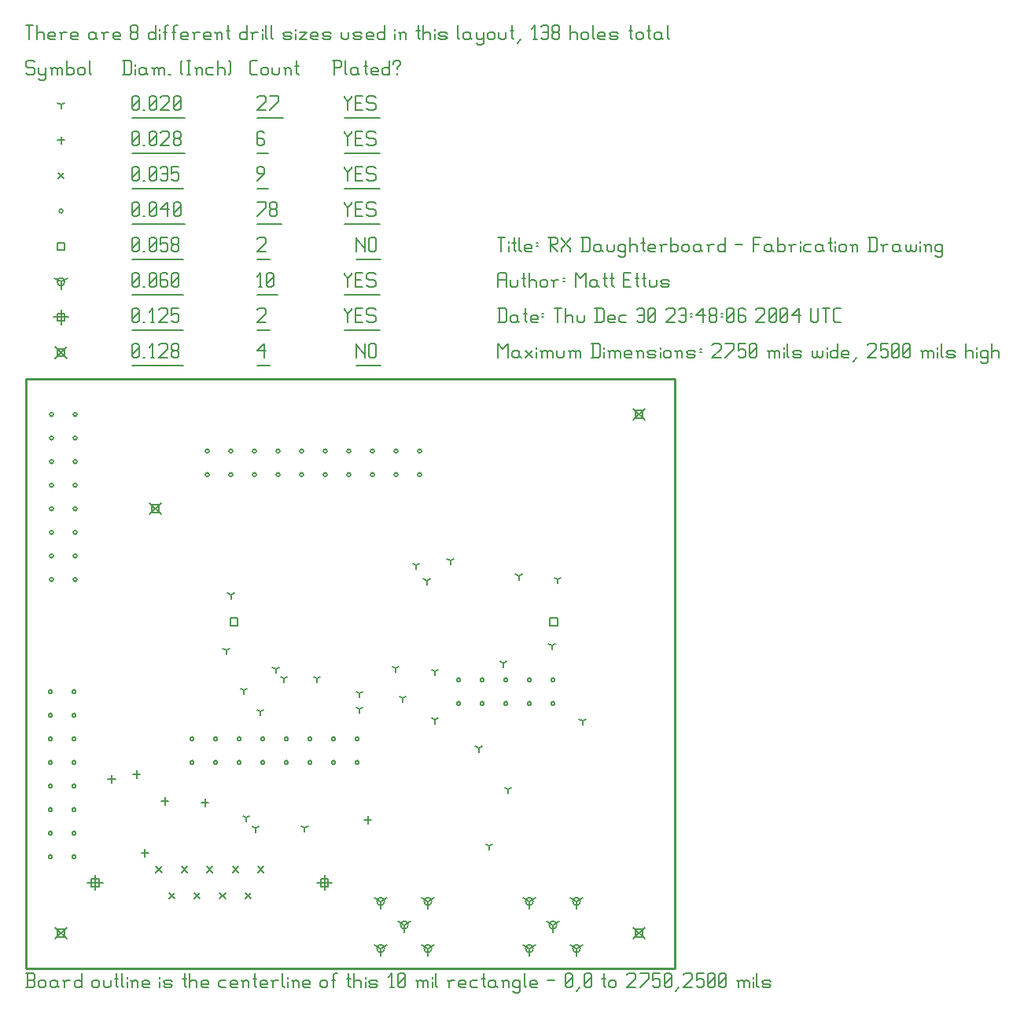
<source format=gbr>
G04 Title: RX Daughterboard, Fabrication Drawing *
G04 Creator: pcb-bin 1.99p *
G04 CreationDate: Thu Dec 30 23:48:06 2004 UTC *
G04 For: matt *
G04 Format: Gerber/RS-274X *
G04 PCB-Dimensions: 275000 250000 *
G04 PCB-Coordinate-Origin: lower left *
%MOIN*%
%FSLAX24Y24*%
%IPPOS*%
%ADD11C,0.0100*%
%ADD12C,0.0300*%
%ADD13R,0.0600X0.0600*%
%ADD14R,0.0660X0.0660*%
%ADD15R,0.0900X0.0900X0.0600X0.0600*%
%ADD16R,0.0900X0.0900*%
%ADD17C,0.0600*%
%ADD18C,0.0660*%
%ADD19C,0.0900X0.0600*%
%ADD20C,0.0900*%
%ADD21C,0.0125*%
%AMTHERM1*7,0,0,0.0900,0.0600,0.0125,45*%
%ADD22THERM1*%
%ADD23C,0.1300*%
%ADD24C,0.1360*%
%ADD25C,0.1600X0.1300*%
%ADD26C,0.1600*%
%ADD27C,0.0150*%
%ADD28C,0.0250*%
%ADD29C,0.0080*%
%AMTHERM2*7,0,0,0.0900,0.0600,0.0100,45*%
%ADD30THERM2*%
%ADD31C,0.0200*%
%ADD32R,0.0240X0.0240*%
%ADD33R,0.0440X0.0440*%
%ADD34R,0.0300X0.0300*%
%ADD35C,0.0060*%
%ADD36C,0.0160*%
%ADD37C,0.0460*%
%ADD38C,0.0220*%
%ADD39R,0.0160X0.0160*%
%ADD40R,0.0460X0.0460*%
%ADD41R,0.0220X0.0220*%
%ADD42C,0.0500*%
%ADD43R,0.0200X0.0200*%
%ADD44R,0.0500X0.0500*%
%ADD45R,0.0540X0.0540*%
%ADD46R,0.0650X0.0650*%
%ADD47R,0.0950X0.0950*%
%ADD48C,0.1200X0.0900*%
%ADD49C,0.1200*%
%AMTHERM3*7,0,0,0.1200,0.0900,0.0150,45*%
%ADD50THERM3*%
%ADD51C,0.0720*%
%ADD52C,0.0920X0.0720*%
%ADD53C,0.0920*%
%ADD54C,0.0240*%
%ADD55C,0.0340*%
%ADD56C,0.0119*%
%ADD57C,0.1320*%
%ADD58C,0.1100*%
%ADD59C,0.1520*%
%ADD60C,0.1520X0.1320*%
%ADD61C,0.0400*%
%ADD62C,0.0600X0.0400*%
%AMTHERM4*7,0,0,0.0600,0.0400,0.0100,45*%
%ADD63THERM4*%
%ADD64C,0.0800*%
%ADD65C,0.0800X0.0600*%
%AMTHERM5*7,0,0,0.0800,0.0600,0.0160,45*%
%ADD66THERM5*%
%LNGROUP_3*%
%LPD*%
G01X0Y0D02*
G54D29*X1260Y1740D02*X1740Y1260D01*
X1260D02*X1740Y1740D01*
X1340Y1660D02*X1660D01*
X1340D02*Y1340D01*
X1660D01*
Y1660D02*Y1340D01*
X25760Y23740D02*X26240Y23260D01*
X25760D02*X26240Y23740D01*
X25840Y23660D02*X26160D01*
X25840D02*Y23340D01*
X26160D01*
Y23660D02*Y23340D01*
X25760Y1740D02*X26240Y1260D01*
X25760D02*X26240Y1740D01*
X25840Y1660D02*X26160D01*
X25840D02*Y1340D01*
X26160D01*
Y1660D02*Y1340D01*
X5260Y19740D02*X5740Y19260D01*
X5260D02*X5740Y19740D01*
X5340Y19660D02*X5660D01*
X5340D02*Y19340D01*
X5660D01*
Y19660D02*Y19340D01*
X1260Y26365D02*X1740Y25885D01*
X1260D02*X1740Y26365D01*
X1340Y26285D02*X1660D01*
X1340D02*Y25965D01*
X1660D01*
Y26285D02*Y25965D01*
G04 Text: NO *
X14000Y26500D02*Y25900D01*
Y26500D02*Y26425D01*
X14375Y26050D01*
Y26500D02*Y25900D01*
X14555Y26425D02*Y25975D01*
Y26425D02*X14630Y26500D01*
X14780D01*
X14855Y26425D01*
Y25975D01*
X14780Y25900D02*X14855Y25975D01*
X14630Y25900D02*X14780D01*
X14555Y25975D02*X14630Y25900D01*
X14000Y25574D02*X15035D01*
G04 Text: 4 *
X9800Y26200D02*X10100Y26500D01*
X9800Y26200D02*X10175D01*
X10100Y26500D02*Y25900D01*
X9800Y25574D02*X10355D01*
G04 Text: 0.128 *
X4500Y25975D02*X4575Y25900D01*
X4500Y26425D02*Y25975D01*
Y26425D02*X4575Y26500D01*
X4725D01*
X4800Y26425D01*
Y25975D01*
X4725Y25900D02*X4800Y25975D01*
X4575Y25900D02*X4725D01*
X4500Y26050D02*X4800Y26350D01*
X4980Y25900D02*X5055D01*
X5310D02*X5460D01*
X5385Y26500D02*Y25900D01*
X5235Y26350D02*X5385Y26500D01*
X5640Y26425D02*X5715Y26500D01*
X5940D01*
X6015Y26425D01*
Y26275D01*
X5640Y25900D02*X6015Y26275D01*
X5640Y25900D02*X6015D01*
X6195Y25975D02*X6270Y25900D01*
X6195Y26125D02*Y25975D01*
Y26125D02*X6270Y26200D01*
X6420D01*
X6495Y26125D01*
Y25975D01*
X6420Y25900D02*X6495Y25975D01*
X6270Y25900D02*X6420D01*
X6195Y26275D02*X6270Y26200D01*
X6195Y26425D02*Y26275D01*
Y26425D02*X6270Y26500D01*
X6420D01*
X6495Y26425D01*
Y26275D01*
X6420Y26200D02*X6495Y26275D01*
X4500Y25574D02*X6675D01*
X2950Y3970D02*Y3330D01*
X2630Y3650D02*X3270D01*
X2790Y3810D02*X3110D01*
X2790D02*Y3490D01*
X3110D01*
Y3810D02*Y3490D01*
X12670Y3970D02*Y3330D01*
X12350Y3650D02*X12990D01*
X12510Y3810D02*X12830D01*
X12510D02*Y3490D01*
X12830D01*
Y3810D02*Y3490D01*
X1500Y27945D02*Y27305D01*
X1180Y27625D02*X1820D01*
X1340Y27785D02*X1660D01*
X1340D02*Y27465D01*
X1660D01*
Y27785D02*Y27465D01*
G04 Text: YES *
X13500Y28000D02*Y27925D01*
X13650Y27775D01*
X13800Y27925D01*
Y28000D02*Y27925D01*
X13650Y27775D02*Y27400D01*
X13980Y27700D02*X14205D01*
X13980Y27400D02*X14280D01*
X13980Y28000D02*Y27400D01*
Y28000D02*X14280D01*
X14760D02*X14835Y27925D01*
X14535Y28000D02*X14760D01*
X14460Y27925D02*X14535Y28000D01*
X14460Y27925D02*Y27775D01*
X14535Y27700D01*
X14760D01*
X14835Y27625D01*
Y27475D01*
X14760Y27400D02*X14835Y27475D01*
X14535Y27400D02*X14760D01*
X14460Y27475D02*X14535Y27400D01*
X13500Y27074D02*X15015D01*
G04 Text: 2 *
X9800Y27925D02*X9875Y28000D01*
X10100D01*
X10175Y27925D01*
Y27775D01*
X9800Y27400D02*X10175Y27775D01*
X9800Y27400D02*X10175D01*
X9800Y27074D02*X10355D01*
G04 Text: 0.125 *
X4500Y27475D02*X4575Y27400D01*
X4500Y27925D02*Y27475D01*
Y27925D02*X4575Y28000D01*
X4725D01*
X4800Y27925D01*
Y27475D01*
X4725Y27400D02*X4800Y27475D01*
X4575Y27400D02*X4725D01*
X4500Y27550D02*X4800Y27850D01*
X4980Y27400D02*X5055D01*
X5310D02*X5460D01*
X5385Y28000D02*Y27400D01*
X5235Y27850D02*X5385Y28000D01*
X5640Y27925D02*X5715Y28000D01*
X5940D01*
X6015Y27925D01*
Y27775D01*
X5640Y27400D02*X6015Y27775D01*
X5640Y27400D02*X6015D01*
X6195Y28000D02*X6495D01*
X6195D02*Y27700D01*
X6270Y27775D01*
X6420D01*
X6495Y27700D01*
Y27475D01*
X6420Y27400D02*X6495Y27475D01*
X6270Y27400D02*X6420D01*
X6195Y27475D02*X6270Y27400D01*
X4500Y27074D02*X6675D01*
X22350Y1850D02*Y1530D01*
Y1850D02*X22627Y2010D01*
X22350Y1850D02*X22072Y2010D01*
X22190Y1850D02*G75*G03X22510Y1850I160J0D01*G01*
G75*G03X22190Y1850I-160J0D01*G01*
X21350Y2850D02*Y2530D01*
Y2850D02*X21627Y3010D01*
X21350Y2850D02*X21072Y3010D01*
X21190Y2850D02*G75*G03X21510Y2850I160J0D01*G01*
G75*G03X21190Y2850I-160J0D01*G01*
X23350D02*Y2530D01*
Y2850D02*X23627Y3010D01*
X23350Y2850D02*X23072Y3010D01*
X23190Y2850D02*G75*G03X23510Y2850I160J0D01*G01*
G75*G03X23190Y2850I-160J0D01*G01*
X21350Y850D02*Y530D01*
Y850D02*X21627Y1010D01*
X21350Y850D02*X21072Y1010D01*
X21190Y850D02*G75*G03X21510Y850I160J0D01*G01*
G75*G03X21190Y850I-160J0D01*G01*
X23350D02*Y530D01*
Y850D02*X23627Y1010D01*
X23350Y850D02*X23072Y1010D01*
X23190Y850D02*G75*G03X23510Y850I160J0D01*G01*
G75*G03X23190Y850I-160J0D01*G01*
X16050Y1850D02*Y1530D01*
Y1850D02*X16327Y2010D01*
X16050Y1850D02*X15772Y2010D01*
X15890Y1850D02*G75*G03X16210Y1850I160J0D01*G01*
G75*G03X15890Y1850I-160J0D01*G01*
X15050Y2850D02*Y2530D01*
Y2850D02*X15327Y3010D01*
X15050Y2850D02*X14772Y3010D01*
X14890Y2850D02*G75*G03X15210Y2850I160J0D01*G01*
G75*G03X14890Y2850I-160J0D01*G01*
X17050D02*Y2530D01*
Y2850D02*X17327Y3010D01*
X17050Y2850D02*X16772Y3010D01*
X16890Y2850D02*G75*G03X17210Y2850I160J0D01*G01*
G75*G03X16890Y2850I-160J0D01*G01*
X15050Y850D02*Y530D01*
Y850D02*X15327Y1010D01*
X15050Y850D02*X14772Y1010D01*
X14890Y850D02*G75*G03X15210Y850I160J0D01*G01*
G75*G03X14890Y850I-160J0D01*G01*
X17050D02*Y530D01*
Y850D02*X17327Y1010D01*
X17050Y850D02*X16772Y1010D01*
X16890Y850D02*G75*G03X17210Y850I160J0D01*G01*
G75*G03X16890Y850I-160J0D01*G01*
X1500Y29125D02*Y28805D01*
Y29125D02*X1777Y29285D01*
X1500Y29125D02*X1222Y29285D01*
X1340Y29125D02*G75*G03X1660Y29125I160J0D01*G01*
G75*G03X1340Y29125I-160J0D01*G01*
G04 Text: YES *
X13500Y29500D02*Y29425D01*
X13650Y29275D01*
X13800Y29425D01*
Y29500D02*Y29425D01*
X13650Y29275D02*Y28900D01*
X13980Y29200D02*X14205D01*
X13980Y28900D02*X14280D01*
X13980Y29500D02*Y28900D01*
Y29500D02*X14280D01*
X14760D02*X14835Y29425D01*
X14535Y29500D02*X14760D01*
X14460Y29425D02*X14535Y29500D01*
X14460Y29425D02*Y29275D01*
X14535Y29200D01*
X14760D01*
X14835Y29125D01*
Y28975D01*
X14760Y28900D02*X14835Y28975D01*
X14535Y28900D02*X14760D01*
X14460Y28975D02*X14535Y28900D01*
X13500Y28574D02*X15015D01*
G04 Text: 10 *
X9875Y28900D02*X10025D01*
X9950Y29500D02*Y28900D01*
X9800Y29350D02*X9950Y29500D01*
X10205Y28975D02*X10280Y28900D01*
X10205Y29425D02*Y28975D01*
Y29425D02*X10280Y29500D01*
X10430D01*
X10505Y29425D01*
Y28975D01*
X10430Y28900D02*X10505Y28975D01*
X10280Y28900D02*X10430D01*
X10205Y29050D02*X10505Y29350D01*
X9800Y28574D02*X10685D01*
G04 Text: 0.060 *
X4500Y28975D02*X4575Y28900D01*
X4500Y29425D02*Y28975D01*
Y29425D02*X4575Y29500D01*
X4725D01*
X4800Y29425D01*
Y28975D01*
X4725Y28900D02*X4800Y28975D01*
X4575Y28900D02*X4725D01*
X4500Y29050D02*X4800Y29350D01*
X4980Y28900D02*X5055D01*
X5235Y28975D02*X5310Y28900D01*
X5235Y29425D02*Y28975D01*
Y29425D02*X5310Y29500D01*
X5460D01*
X5535Y29425D01*
Y28975D01*
X5460Y28900D02*X5535Y28975D01*
X5310Y28900D02*X5460D01*
X5235Y29050D02*X5535Y29350D01*
X5940Y29500D02*X6015Y29425D01*
X5790Y29500D02*X5940D01*
X5715Y29425D02*X5790Y29500D01*
X5715Y29425D02*Y28975D01*
X5790Y28900D01*
X5940Y29200D02*X6015Y29125D01*
X5715Y29200D02*X5940D01*
X5790Y28900D02*X5940D01*
X6015Y28975D01*
Y29125D02*Y28975D01*
X6195D02*X6270Y28900D01*
X6195Y29425D02*Y28975D01*
Y29425D02*X6270Y29500D01*
X6420D01*
X6495Y29425D01*
Y28975D01*
X6420Y28900D02*X6495Y28975D01*
X6270Y28900D02*X6420D01*
X6195Y29050D02*X6495Y29350D01*
X4500Y28574D02*X6675D01*
X8670Y14860D02*X8990D01*
X8670D02*Y14540D01*
X8990D01*
Y14860D02*Y14540D01*
X22213Y14860D02*X22533D01*
X22213D02*Y14540D01*
X22533D01*
Y14860D02*Y14540D01*
X1340Y30785D02*X1660D01*
X1340D02*Y30465D01*
X1660D01*
Y30785D02*Y30465D01*
G04 Text: NO *
X14000Y31000D02*Y30400D01*
Y31000D02*Y30925D01*
X14375Y30550D01*
Y31000D02*Y30400D01*
X14555Y30925D02*Y30475D01*
Y30925D02*X14630Y31000D01*
X14780D01*
X14855Y30925D01*
Y30475D01*
X14780Y30400D02*X14855Y30475D01*
X14630Y30400D02*X14780D01*
X14555Y30475D02*X14630Y30400D01*
X14000Y30074D02*X15035D01*
G04 Text: 2 *
X9800Y30925D02*X9875Y31000D01*
X10100D01*
X10175Y30925D01*
Y30775D01*
X9800Y30400D02*X10175Y30775D01*
X9800Y30400D02*X10175D01*
X9800Y30074D02*X10355D01*
G04 Text: 0.058 *
X4500Y30475D02*X4575Y30400D01*
X4500Y30925D02*Y30475D01*
Y30925D02*X4575Y31000D01*
X4725D01*
X4800Y30925D01*
Y30475D01*
X4725Y30400D02*X4800Y30475D01*
X4575Y30400D02*X4725D01*
X4500Y30550D02*X4800Y30850D01*
X4980Y30400D02*X5055D01*
X5235Y30475D02*X5310Y30400D01*
X5235Y30925D02*Y30475D01*
Y30925D02*X5310Y31000D01*
X5460D01*
X5535Y30925D01*
Y30475D01*
X5460Y30400D02*X5535Y30475D01*
X5310Y30400D02*X5460D01*
X5235Y30550D02*X5535Y30850D01*
X5715Y31000D02*X6015D01*
X5715D02*Y30700D01*
X5790Y30775D01*
X5940D01*
X6015Y30700D01*
Y30475D01*
X5940Y30400D02*X6015Y30475D01*
X5790Y30400D02*X5940D01*
X5715Y30475D02*X5790Y30400D01*
X6195Y30475D02*X6270Y30400D01*
X6195Y30625D02*Y30475D01*
Y30625D02*X6270Y30700D01*
X6420D01*
X6495Y30625D01*
Y30475D01*
X6420Y30400D02*X6495Y30475D01*
X6270Y30400D02*X6420D01*
X6195Y30775D02*X6270Y30700D01*
X6195Y30925D02*Y30775D01*
Y30925D02*X6270Y31000D01*
X6420D01*
X6495Y30925D01*
Y30775D01*
X6420Y30700D02*X6495Y30775D01*
X4500Y30074D02*X6675D01*
X1020Y23500D02*G75*G03X1180Y23500I80J0D01*G01*
G75*G03X1020Y23500I-80J0D01*G01*
X2020D02*G75*G03X2180Y23500I80J0D01*G01*
G75*G03X2020Y23500I-80J0D01*G01*
X1020Y22500D02*G75*G03X1180Y22500I80J0D01*G01*
G75*G03X1020Y22500I-80J0D01*G01*
X2020D02*G75*G03X2180Y22500I80J0D01*G01*
G75*G03X2020Y22500I-80J0D01*G01*
X1020Y21500D02*G75*G03X1180Y21500I80J0D01*G01*
G75*G03X1020Y21500I-80J0D01*G01*
X2020D02*G75*G03X2180Y21500I80J0D01*G01*
G75*G03X2020Y21500I-80J0D01*G01*
X1020Y20500D02*G75*G03X1180Y20500I80J0D01*G01*
G75*G03X1020Y20500I-80J0D01*G01*
X2020D02*G75*G03X2180Y20500I80J0D01*G01*
G75*G03X2020Y20500I-80J0D01*G01*
X1020Y19500D02*G75*G03X1180Y19500I80J0D01*G01*
G75*G03X1020Y19500I-80J0D01*G01*
X2020D02*G75*G03X2180Y19500I80J0D01*G01*
G75*G03X2020Y19500I-80J0D01*G01*
X1020Y18500D02*G75*G03X1180Y18500I80J0D01*G01*
G75*G03X1020Y18500I-80J0D01*G01*
X2020D02*G75*G03X2180Y18500I80J0D01*G01*
G75*G03X2020Y18500I-80J0D01*G01*
X1020Y17500D02*G75*G03X1180Y17500I80J0D01*G01*
G75*G03X1020Y17500I-80J0D01*G01*
X2020D02*G75*G03X2180Y17500I80J0D01*G01*
G75*G03X2020Y17500I-80J0D01*G01*
X1020Y16500D02*G75*G03X1180Y16500I80J0D01*G01*
G75*G03X1020Y16500I-80J0D01*G01*
X2020D02*G75*G03X2180Y16500I80J0D01*G01*
G75*G03X2020Y16500I-80J0D01*G01*
X970Y11750D02*G75*G03X1130Y11750I80J0D01*G01*
G75*G03X970Y11750I-80J0D01*G01*
X1970D02*G75*G03X2130Y11750I80J0D01*G01*
G75*G03X1970Y11750I-80J0D01*G01*
X970Y10750D02*G75*G03X1130Y10750I80J0D01*G01*
G75*G03X970Y10750I-80J0D01*G01*
X1970D02*G75*G03X2130Y10750I80J0D01*G01*
G75*G03X1970Y10750I-80J0D01*G01*
X970Y9750D02*G75*G03X1130Y9750I80J0D01*G01*
G75*G03X970Y9750I-80J0D01*G01*
X1970D02*G75*G03X2130Y9750I80J0D01*G01*
G75*G03X1970Y9750I-80J0D01*G01*
X970Y8750D02*G75*G03X1130Y8750I80J0D01*G01*
G75*G03X970Y8750I-80J0D01*G01*
X1970D02*G75*G03X2130Y8750I80J0D01*G01*
G75*G03X1970Y8750I-80J0D01*G01*
X970Y7750D02*G75*G03X1130Y7750I80J0D01*G01*
G75*G03X970Y7750I-80J0D01*G01*
X1970D02*G75*G03X2130Y7750I80J0D01*G01*
G75*G03X1970Y7750I-80J0D01*G01*
X970Y6750D02*G75*G03X1130Y6750I80J0D01*G01*
G75*G03X970Y6750I-80J0D01*G01*
X1970D02*G75*G03X2130Y6750I80J0D01*G01*
G75*G03X1970Y6750I-80J0D01*G01*
X970Y5750D02*G75*G03X1130Y5750I80J0D01*G01*
G75*G03X970Y5750I-80J0D01*G01*
X1970D02*G75*G03X2130Y5750I80J0D01*G01*
G75*G03X1970Y5750I-80J0D01*G01*
X970Y4750D02*G75*G03X1130Y4750I80J0D01*G01*
G75*G03X970Y4750I-80J0D01*G01*
X1970D02*G75*G03X2130Y4750I80J0D01*G01*
G75*G03X1970Y4750I-80J0D01*G01*
X6970Y8750D02*G75*G03X7130Y8750I80J0D01*G01*
G75*G03X6970Y8750I-80J0D01*G01*
Y9750D02*G75*G03X7130Y9750I80J0D01*G01*
G75*G03X6970Y9750I-80J0D01*G01*
X7970Y8750D02*G75*G03X8130Y8750I80J0D01*G01*
G75*G03X7970Y8750I-80J0D01*G01*
Y9750D02*G75*G03X8130Y9750I80J0D01*G01*
G75*G03X7970Y9750I-80J0D01*G01*
X8970Y8750D02*G75*G03X9130Y8750I80J0D01*G01*
G75*G03X8970Y8750I-80J0D01*G01*
Y9750D02*G75*G03X9130Y9750I80J0D01*G01*
G75*G03X8970Y9750I-80J0D01*G01*
X9970Y8750D02*G75*G03X10130Y8750I80J0D01*G01*
G75*G03X9970Y8750I-80J0D01*G01*
Y9750D02*G75*G03X10130Y9750I80J0D01*G01*
G75*G03X9970Y9750I-80J0D01*G01*
X10970Y8750D02*G75*G03X11130Y8750I80J0D01*G01*
G75*G03X10970Y8750I-80J0D01*G01*
Y9750D02*G75*G03X11130Y9750I80J0D01*G01*
G75*G03X10970Y9750I-80J0D01*G01*
X11970Y8750D02*G75*G03X12130Y8750I80J0D01*G01*
G75*G03X11970Y8750I-80J0D01*G01*
Y9750D02*G75*G03X12130Y9750I80J0D01*G01*
G75*G03X11970Y9750I-80J0D01*G01*
X12970Y8750D02*G75*G03X13130Y8750I80J0D01*G01*
G75*G03X12970Y8750I-80J0D01*G01*
Y9750D02*G75*G03X13130Y9750I80J0D01*G01*
G75*G03X12970Y9750I-80J0D01*G01*
X13970Y8750D02*G75*G03X14130Y8750I80J0D01*G01*
G75*G03X13970Y8750I-80J0D01*G01*
Y9750D02*G75*G03X14130Y9750I80J0D01*G01*
G75*G03X13970Y9750I-80J0D01*G01*
X18270Y11250D02*G75*G03X18430Y11250I80J0D01*G01*
G75*G03X18270Y11250I-80J0D01*G01*
Y12250D02*G75*G03X18430Y12250I80J0D01*G01*
G75*G03X18270Y12250I-80J0D01*G01*
X19270Y11250D02*G75*G03X19430Y11250I80J0D01*G01*
G75*G03X19270Y11250I-80J0D01*G01*
Y12250D02*G75*G03X19430Y12250I80J0D01*G01*
G75*G03X19270Y12250I-80J0D01*G01*
X20270Y11250D02*G75*G03X20430Y11250I80J0D01*G01*
G75*G03X20270Y11250I-80J0D01*G01*
Y12250D02*G75*G03X20430Y12250I80J0D01*G01*
G75*G03X20270Y12250I-80J0D01*G01*
X21270Y11250D02*G75*G03X21430Y11250I80J0D01*G01*
G75*G03X21270Y11250I-80J0D01*G01*
Y12250D02*G75*G03X21430Y12250I80J0D01*G01*
G75*G03X21270Y12250I-80J0D01*G01*
X22270Y11250D02*G75*G03X22430Y11250I80J0D01*G01*
G75*G03X22270Y11250I-80J0D01*G01*
Y12250D02*G75*G03X22430Y12250I80J0D01*G01*
G75*G03X22270Y12250I-80J0D01*G01*
X7620Y20950D02*G75*G03X7780Y20950I80J0D01*G01*
G75*G03X7620Y20950I-80J0D01*G01*
Y21950D02*G75*G03X7780Y21950I80J0D01*G01*
G75*G03X7620Y21950I-80J0D01*G01*
X8620Y20950D02*G75*G03X8780Y20950I80J0D01*G01*
G75*G03X8620Y20950I-80J0D01*G01*
Y21950D02*G75*G03X8780Y21950I80J0D01*G01*
G75*G03X8620Y21950I-80J0D01*G01*
X9620Y20950D02*G75*G03X9780Y20950I80J0D01*G01*
G75*G03X9620Y20950I-80J0D01*G01*
Y21950D02*G75*G03X9780Y21950I80J0D01*G01*
G75*G03X9620Y21950I-80J0D01*G01*
X10620Y20950D02*G75*G03X10780Y20950I80J0D01*G01*
G75*G03X10620Y20950I-80J0D01*G01*
Y21950D02*G75*G03X10780Y21950I80J0D01*G01*
G75*G03X10620Y21950I-80J0D01*G01*
X11620Y20950D02*G75*G03X11780Y20950I80J0D01*G01*
G75*G03X11620Y20950I-80J0D01*G01*
Y21950D02*G75*G03X11780Y21950I80J0D01*G01*
G75*G03X11620Y21950I-80J0D01*G01*
X12620Y20950D02*G75*G03X12780Y20950I80J0D01*G01*
G75*G03X12620Y20950I-80J0D01*G01*
Y21950D02*G75*G03X12780Y21950I80J0D01*G01*
G75*G03X12620Y21950I-80J0D01*G01*
X13620Y20950D02*G75*G03X13780Y20950I80J0D01*G01*
G75*G03X13620Y20950I-80J0D01*G01*
Y21950D02*G75*G03X13780Y21950I80J0D01*G01*
G75*G03X13620Y21950I-80J0D01*G01*
X14620Y20950D02*G75*G03X14780Y20950I80J0D01*G01*
G75*G03X14620Y20950I-80J0D01*G01*
Y21950D02*G75*G03X14780Y21950I80J0D01*G01*
G75*G03X14620Y21950I-80J0D01*G01*
X15620Y20950D02*G75*G03X15780Y20950I80J0D01*G01*
G75*G03X15620Y20950I-80J0D01*G01*
Y21950D02*G75*G03X15780Y21950I80J0D01*G01*
G75*G03X15620Y21950I-80J0D01*G01*
X16620Y20950D02*G75*G03X16780Y20950I80J0D01*G01*
G75*G03X16620Y20950I-80J0D01*G01*
Y21950D02*G75*G03X16780Y21950I80J0D01*G01*
G75*G03X16620Y21950I-80J0D01*G01*
X1420Y32125D02*G75*G03X1580Y32125I80J0D01*G01*
G75*G03X1420Y32125I-80J0D01*G01*
G04 Text: YES *
X13500Y32500D02*Y32425D01*
X13650Y32275D01*
X13800Y32425D01*
Y32500D02*Y32425D01*
X13650Y32275D02*Y31900D01*
X13980Y32200D02*X14205D01*
X13980Y31900D02*X14280D01*
X13980Y32500D02*Y31900D01*
Y32500D02*X14280D01*
X14760D02*X14835Y32425D01*
X14535Y32500D02*X14760D01*
X14460Y32425D02*X14535Y32500D01*
X14460Y32425D02*Y32275D01*
X14535Y32200D01*
X14760D01*
X14835Y32125D01*
Y31975D01*
X14760Y31900D02*X14835Y31975D01*
X14535Y31900D02*X14760D01*
X14460Y31975D02*X14535Y31900D01*
X13500Y31574D02*X15015D01*
G04 Text: 78 *
X9800Y31900D02*X10175Y32275D01*
Y32500D02*Y32275D01*
X9800Y32500D02*X10175D01*
X10355Y31975D02*X10430Y31900D01*
X10355Y32125D02*Y31975D01*
Y32125D02*X10430Y32200D01*
X10580D01*
X10655Y32125D01*
Y31975D01*
X10580Y31900D02*X10655Y31975D01*
X10430Y31900D02*X10580D01*
X10355Y32275D02*X10430Y32200D01*
X10355Y32425D02*Y32275D01*
Y32425D02*X10430Y32500D01*
X10580D01*
X10655Y32425D01*
Y32275D01*
X10580Y32200D02*X10655Y32275D01*
X9800Y31574D02*X10835D01*
G04 Text: 0.040 *
X4500Y31975D02*X4575Y31900D01*
X4500Y32425D02*Y31975D01*
Y32425D02*X4575Y32500D01*
X4725D01*
X4800Y32425D01*
Y31975D01*
X4725Y31900D02*X4800Y31975D01*
X4575Y31900D02*X4725D01*
X4500Y32050D02*X4800Y32350D01*
X4980Y31900D02*X5055D01*
X5235Y31975D02*X5310Y31900D01*
X5235Y32425D02*Y31975D01*
Y32425D02*X5310Y32500D01*
X5460D01*
X5535Y32425D01*
Y31975D01*
X5460Y31900D02*X5535Y31975D01*
X5310Y31900D02*X5460D01*
X5235Y32050D02*X5535Y32350D01*
X5715Y32200D02*X6015Y32500D01*
X5715Y32200D02*X6090D01*
X6015Y32500D02*Y31900D01*
X6270Y31975D02*X6345Y31900D01*
X6270Y32425D02*Y31975D01*
Y32425D02*X6345Y32500D01*
X6495D01*
X6570Y32425D01*
Y31975D01*
X6495Y31900D02*X6570Y31975D01*
X6345Y31900D02*X6495D01*
X6270Y32050D02*X6570Y32350D01*
X4500Y31574D02*X6750D01*
X5530Y4330D02*X5770Y4090D01*
X5530D02*X5770Y4330D01*
X6610D02*X6850Y4090D01*
X6610D02*X6850Y4330D01*
X7690D02*X7930Y4090D01*
X7690D02*X7930Y4330D01*
X8770D02*X9010Y4090D01*
X8770D02*X9010Y4330D01*
X9850D02*X10090Y4090D01*
X9850D02*X10090Y4330D01*
X6070Y3210D02*X6310Y2970D01*
X6070D02*X6310Y3210D01*
X7150D02*X7390Y2970D01*
X7150D02*X7390Y3210D01*
X8230D02*X8470Y2970D01*
X8230D02*X8470Y3210D01*
X9310D02*X9550Y2970D01*
X9310D02*X9550Y3210D01*
X1380Y33745D02*X1620Y33505D01*
X1380D02*X1620Y33745D01*
G04 Text: YES *
X13500Y34000D02*Y33925D01*
X13650Y33775D01*
X13800Y33925D01*
Y34000D02*Y33925D01*
X13650Y33775D02*Y33400D01*
X13980Y33700D02*X14205D01*
X13980Y33400D02*X14280D01*
X13980Y34000D02*Y33400D01*
Y34000D02*X14280D01*
X14760D02*X14835Y33925D01*
X14535Y34000D02*X14760D01*
X14460Y33925D02*X14535Y34000D01*
X14460Y33925D02*Y33775D01*
X14535Y33700D01*
X14760D01*
X14835Y33625D01*
Y33475D01*
X14760Y33400D02*X14835Y33475D01*
X14535Y33400D02*X14760D01*
X14460Y33475D02*X14535Y33400D01*
X13500Y33074D02*X15015D01*
G04 Text: 9 *
X9800Y33400D02*X10100Y33700D01*
Y33925D02*Y33700D01*
X10025Y34000D02*X10100Y33925D01*
X9875Y34000D02*X10025D01*
X9800Y33925D02*X9875Y34000D01*
X9800Y33925D02*Y33775D01*
X9875Y33700D01*
X10100D01*
X9800Y33074D02*X10280D01*
G04 Text: 0.035 *
X4500Y33475D02*X4575Y33400D01*
X4500Y33925D02*Y33475D01*
Y33925D02*X4575Y34000D01*
X4725D01*
X4800Y33925D01*
Y33475D01*
X4725Y33400D02*X4800Y33475D01*
X4575Y33400D02*X4725D01*
X4500Y33550D02*X4800Y33850D01*
X4980Y33400D02*X5055D01*
X5235Y33475D02*X5310Y33400D01*
X5235Y33925D02*Y33475D01*
Y33925D02*X5310Y34000D01*
X5460D01*
X5535Y33925D01*
Y33475D01*
X5460Y33400D02*X5535Y33475D01*
X5310Y33400D02*X5460D01*
X5235Y33550D02*X5535Y33850D01*
X5715Y33925D02*X5790Y34000D01*
X5940D01*
X6015Y33925D01*
Y33475D01*
X5940Y33400D02*X6015Y33475D01*
X5790Y33400D02*X5940D01*
X5715Y33475D02*X5790Y33400D01*
Y33700D02*X6015D01*
X6195Y34000D02*X6495D01*
X6195D02*Y33700D01*
X6270Y33775D01*
X6420D01*
X6495Y33700D01*
Y33475D01*
X6420Y33400D02*X6495Y33475D01*
X6270Y33400D02*X6420D01*
X6195Y33475D02*X6270Y33400D01*
X4500Y33074D02*X6675D01*
X7600Y7210D02*Y6890D01*
X7440Y7050D02*X7760D01*
X14500Y6460D02*Y6140D01*
X14340Y6300D02*X14660D01*
X5060Y5070D02*Y4750D01*
X4900Y4910D02*X5220D01*
X3650Y8210D02*Y7890D01*
X3490Y8050D02*X3810D01*
X4700Y8410D02*Y8090D01*
X4540Y8250D02*X4860D01*
X5900Y7260D02*Y6940D01*
X5740Y7100D02*X6060D01*
X1500Y35285D02*Y34965D01*
X1340Y35125D02*X1660D01*
G04 Text: YES *
X13500Y35500D02*Y35425D01*
X13650Y35275D01*
X13800Y35425D01*
Y35500D02*Y35425D01*
X13650Y35275D02*Y34900D01*
X13980Y35200D02*X14205D01*
X13980Y34900D02*X14280D01*
X13980Y35500D02*Y34900D01*
Y35500D02*X14280D01*
X14760D02*X14835Y35425D01*
X14535Y35500D02*X14760D01*
X14460Y35425D02*X14535Y35500D01*
X14460Y35425D02*Y35275D01*
X14535Y35200D01*
X14760D01*
X14835Y35125D01*
Y34975D01*
X14760Y34900D02*X14835Y34975D01*
X14535Y34900D02*X14760D01*
X14460Y34975D02*X14535Y34900D01*
X13500Y34574D02*X15015D01*
G04 Text: 6 *
X10025Y35500D02*X10100Y35425D01*
X9875Y35500D02*X10025D01*
X9800Y35425D02*X9875Y35500D01*
X9800Y35425D02*Y34975D01*
X9875Y34900D01*
X10025Y35200D02*X10100Y35125D01*
X9800Y35200D02*X10025D01*
X9875Y34900D02*X10025D01*
X10100Y34975D01*
Y35125D02*Y34975D01*
X9800Y34574D02*X10280D01*
G04 Text: 0.028 *
X4500Y34975D02*X4575Y34900D01*
X4500Y35425D02*Y34975D01*
Y35425D02*X4575Y35500D01*
X4725D01*
X4800Y35425D01*
Y34975D01*
X4725Y34900D02*X4800Y34975D01*
X4575Y34900D02*X4725D01*
X4500Y35050D02*X4800Y35350D01*
X4980Y34900D02*X5055D01*
X5235Y34975D02*X5310Y34900D01*
X5235Y35425D02*Y34975D01*
Y35425D02*X5310Y35500D01*
X5460D01*
X5535Y35425D01*
Y34975D01*
X5460Y34900D02*X5535Y34975D01*
X5310Y34900D02*X5460D01*
X5235Y35050D02*X5535Y35350D01*
X5715Y35425D02*X5790Y35500D01*
X6015D01*
X6090Y35425D01*
Y35275D01*
X5715Y34900D02*X6090Y35275D01*
X5715Y34900D02*X6090D01*
X6270Y34975D02*X6345Y34900D01*
X6270Y35125D02*Y34975D01*
Y35125D02*X6345Y35200D01*
X6495D01*
X6570Y35125D01*
Y34975D01*
X6495Y34900D02*X6570Y34975D01*
X6345Y34900D02*X6495D01*
X6270Y35275D02*X6345Y35200D01*
X6270Y35425D02*Y35275D01*
Y35425D02*X6345Y35500D01*
X6495D01*
X6570Y35425D01*
Y35275D01*
X6495Y35200D02*X6570Y35275D01*
X4500Y34574D02*X6750D01*
X9250Y11800D02*Y11640D01*
Y11800D02*X9388Y11880D01*
X9250Y11800D02*X9111Y11880D01*
X22550Y16500D02*Y16340D01*
Y16500D02*X22688Y16580D01*
X22550Y16500D02*X22411Y16580D01*
X20900Y16650D02*Y16490D01*
Y16650D02*X21038Y16730D01*
X20900Y16650D02*X20761Y16730D01*
X17000Y16450D02*Y16290D01*
Y16450D02*X17138Y16530D01*
X17000Y16450D02*X16861Y16530D01*
X18000Y17300D02*Y17140D01*
Y17300D02*X18138Y17380D01*
X18000Y17300D02*X17861Y17380D01*
X20450Y7600D02*Y7440D01*
Y7600D02*X20588Y7680D01*
X20450Y7600D02*X20311Y7680D01*
X20250Y12950D02*Y12790D01*
Y12950D02*X20388Y13030D01*
X20250Y12950D02*X20111Y13030D01*
X10600Y12700D02*Y12540D01*
Y12700D02*X10738Y12780D01*
X10600Y12700D02*X10461Y12780D01*
X14149Y11009D02*Y10849D01*
Y11009D02*X14288Y11089D01*
X14149Y11009D02*X14011Y11089D01*
X16550Y17100D02*Y16940D01*
Y17100D02*X16688Y17180D01*
X16550Y17100D02*X16411Y17180D01*
X15679Y12730D02*Y12570D01*
Y12730D02*X15817Y12810D01*
X15679Y12730D02*X15540Y12810D01*
X15990Y11460D02*Y11300D01*
Y11460D02*X16128Y11540D01*
X15990Y11460D02*X15851Y11540D01*
X12350Y12300D02*Y12140D01*
Y12300D02*X12488Y12380D01*
X12350Y12300D02*X12211Y12380D01*
X9950Y10900D02*Y10740D01*
Y10900D02*X10088Y10980D01*
X9950Y10900D02*X9811Y10980D01*
X10950Y12300D02*Y12140D01*
Y12300D02*X11088Y12380D01*
X10950Y12300D02*X10811Y12380D01*
X19200Y9350D02*Y9190D01*
Y9350D02*X19338Y9430D01*
X19200Y9350D02*X19061Y9430D01*
X14149Y11660D02*Y11500D01*
Y11660D02*X14288Y11740D01*
X14149Y11660D02*X14011Y11740D01*
X11828Y5970D02*Y5810D01*
Y5970D02*X11967Y6050D01*
X11828Y5970D02*X11690Y6050D01*
X8700Y15850D02*Y15690D01*
Y15850D02*X8838Y15930D01*
X8700Y15850D02*X8561Y15930D01*
X8500Y13500D02*Y13340D01*
Y13500D02*X8638Y13580D01*
X8500Y13500D02*X8361Y13580D01*
X19650Y5200D02*Y5040D01*
Y5200D02*X19788Y5280D01*
X19650Y5200D02*X19511Y5280D01*
X22300Y13700D02*Y13540D01*
Y13700D02*X22438Y13780D01*
X22300Y13700D02*X22161Y13780D01*
X17350Y12600D02*Y12440D01*
Y12600D02*X17488Y12680D01*
X17350Y12600D02*X17211Y12680D01*
X23600Y10500D02*Y10340D01*
Y10500D02*X23738Y10580D01*
X23600Y10500D02*X23461Y10580D01*
X17350Y10550D02*Y10390D01*
Y10550D02*X17488Y10630D01*
X17350Y10550D02*X17211Y10630D01*
X9350Y6400D02*Y6240D01*
Y6400D02*X9488Y6480D01*
X9350Y6400D02*X9211Y6480D01*
X9750Y5950D02*Y5790D01*
Y5950D02*X9888Y6030D01*
X9750Y5950D02*X9611Y6030D01*
X1500Y36625D02*Y36465D01*
Y36625D02*X1638Y36705D01*
X1500Y36625D02*X1361Y36705D01*
G04 Text: YES *
X13500Y37000D02*Y36925D01*
X13650Y36775D01*
X13800Y36925D01*
Y37000D02*Y36925D01*
X13650Y36775D02*Y36400D01*
X13980Y36700D02*X14205D01*
X13980Y36400D02*X14280D01*
X13980Y37000D02*Y36400D01*
Y37000D02*X14280D01*
X14760D02*X14835Y36925D01*
X14535Y37000D02*X14760D01*
X14460Y36925D02*X14535Y37000D01*
X14460Y36925D02*Y36775D01*
X14535Y36700D01*
X14760D01*
X14835Y36625D01*
Y36475D01*
X14760Y36400D02*X14835Y36475D01*
X14535Y36400D02*X14760D01*
X14460Y36475D02*X14535Y36400D01*
X13500Y36074D02*X15015D01*
G04 Text: 27 *
X9800Y36925D02*X9875Y37000D01*
X10100D01*
X10175Y36925D01*
Y36775D01*
X9800Y36400D02*X10175Y36775D01*
X9800Y36400D02*X10175D01*
X10355D02*X10730Y36775D01*
Y37000D02*Y36775D01*
X10355Y37000D02*X10730D01*
X9800Y36074D02*X10910D01*
G04 Text: 0.020 *
X4500Y36475D02*X4575Y36400D01*
X4500Y36925D02*Y36475D01*
Y36925D02*X4575Y37000D01*
X4725D01*
X4800Y36925D01*
Y36475D01*
X4725Y36400D02*X4800Y36475D01*
X4575Y36400D02*X4725D01*
X4500Y36550D02*X4800Y36850D01*
X4980Y36400D02*X5055D01*
X5235Y36475D02*X5310Y36400D01*
X5235Y36925D02*Y36475D01*
Y36925D02*X5310Y37000D01*
X5460D01*
X5535Y36925D01*
Y36475D01*
X5460Y36400D02*X5535Y36475D01*
X5310Y36400D02*X5460D01*
X5235Y36550D02*X5535Y36850D01*
X5715Y36925D02*X5790Y37000D01*
X6015D01*
X6090Y36925D01*
Y36775D01*
X5715Y36400D02*X6090Y36775D01*
X5715Y36400D02*X6090D01*
X6270Y36475D02*X6345Y36400D01*
X6270Y36925D02*Y36475D01*
Y36925D02*X6345Y37000D01*
X6495D01*
X6570Y36925D01*
Y36475D01*
X6495Y36400D02*X6570Y36475D01*
X6345Y36400D02*X6495D01*
X6270Y36550D02*X6570Y36850D01*
X4500Y36074D02*X6750D01*
G04 Text: Symbol *
X300Y38500D02*X375Y38425D01*
X75Y38500D02*X300D01*
X0Y38425D02*X75Y38500D01*
X0Y38425D02*Y38275D01*
X75Y38200D01*
X300D01*
X375Y38125D01*
Y37975D01*
X300Y37900D02*X375Y37975D01*
X75Y37900D02*X300D01*
X0Y37975D02*X75Y37900D01*
X555Y38200D02*Y37975D01*
X630Y37900D01*
X855Y38200D02*Y37750D01*
X780Y37675D02*X855Y37750D01*
X630Y37675D02*X780D01*
X555Y37750D02*X630Y37675D01*
Y37900D02*X780D01*
X855Y37975D01*
X1110Y38125D02*Y37900D01*
Y38125D02*X1185Y38200D01*
X1260D01*
X1335Y38125D01*
Y37900D01*
Y38125D02*X1410Y38200D01*
X1485D01*
X1560Y38125D01*
Y37900D01*
X1035Y38200D02*X1110Y38125D01*
X1740Y38500D02*Y37900D01*
Y37975D02*X1815Y37900D01*
X1965D01*
X2040Y37975D01*
Y38125D02*Y37975D01*
X1965Y38200D02*X2040Y38125D01*
X1815Y38200D02*X1965D01*
X1740Y38125D02*X1815Y38200D01*
X2220Y38125D02*Y37975D01*
Y38125D02*X2295Y38200D01*
X2445D01*
X2520Y38125D01*
Y37975D01*
X2445Y37900D02*X2520Y37975D01*
X2295Y37900D02*X2445D01*
X2220Y37975D02*X2295Y37900D01*
X2700Y38500D02*Y37975D01*
X2775Y37900D01*
G04 Text: Diam. (Inch) *
X4175Y38500D02*Y37900D01*
X4400Y38500D02*X4475Y38425D01*
Y37975D01*
X4400Y37900D02*X4475Y37975D01*
X4100Y37900D02*X4400D01*
X4100Y38500D02*X4400D01*
X4655Y38350D02*Y38275D01*
Y38125D02*Y37900D01*
X5030Y38200D02*X5105Y38125D01*
X4880Y38200D02*X5030D01*
X4805Y38125D02*X4880Y38200D01*
X4805Y38125D02*Y37975D01*
X4880Y37900D01*
X5105Y38200D02*Y37975D01*
X5180Y37900D01*
X4880D02*X5030D01*
X5105Y37975D01*
X5435Y38125D02*Y37900D01*
Y38125D02*X5510Y38200D01*
X5585D01*
X5660Y38125D01*
Y37900D01*
Y38125D02*X5735Y38200D01*
X5810D01*
X5885Y38125D01*
Y37900D01*
X5360Y38200D02*X5435Y38125D01*
X6065Y37900D02*X6140D01*
X6590Y37975D02*X6665Y37900D01*
X6590Y38425D02*X6665Y38500D01*
X6590Y38425D02*Y37975D01*
X6845Y38500D02*X6995D01*
X6920D02*Y37900D01*
X6845D02*X6995D01*
X7251Y38125D02*Y37900D01*
Y38125D02*X7326Y38200D01*
X7401D01*
X7476Y38125D01*
Y37900D01*
X7176Y38200D02*X7251Y38125D01*
X7731Y38200D02*X7956D01*
X7656Y38125D02*X7731Y38200D01*
X7656Y38125D02*Y37975D01*
X7731Y37900D01*
X7956D01*
X8136Y38500D02*Y37900D01*
Y38125D02*X8211Y38200D01*
X8361D01*
X8436Y38125D01*
Y37900D01*
X8616Y38500D02*X8691Y38425D01*
Y37975D01*
X8616Y37900D02*X8691Y37975D01*
G04 Text: Count *
X9575Y37900D02*X9800D01*
X9500Y37975D02*X9575Y37900D01*
X9500Y38425D02*Y37975D01*
Y38425D02*X9575Y38500D01*
X9800D01*
X9980Y38125D02*Y37975D01*
Y38125D02*X10055Y38200D01*
X10205D01*
X10280Y38125D01*
Y37975D01*
X10205Y37900D02*X10280Y37975D01*
X10055Y37900D02*X10205D01*
X9980Y37975D02*X10055Y37900D01*
X10460Y38200D02*Y37975D01*
X10535Y37900D01*
X10685D01*
X10760Y37975D01*
Y38200D02*Y37975D01*
X11015Y38125D02*Y37900D01*
Y38125D02*X11090Y38200D01*
X11165D01*
X11240Y38125D01*
Y37900D01*
X10940Y38200D02*X11015Y38125D01*
X11495Y38500D02*Y37975D01*
X11570Y37900D01*
X11420Y38275D02*X11570D01*
G04 Text: Plated? *
X13075Y38500D02*Y37900D01*
X13000Y38500D02*X13300D01*
X13375Y38425D01*
Y38275D01*
X13300Y38200D02*X13375Y38275D01*
X13075Y38200D02*X13300D01*
X13555Y38500D02*Y37975D01*
X13630Y37900D01*
X14005Y38200D02*X14080Y38125D01*
X13855Y38200D02*X14005D01*
X13780Y38125D02*X13855Y38200D01*
X13780Y38125D02*Y37975D01*
X13855Y37900D01*
X14080Y38200D02*Y37975D01*
X14155Y37900D01*
X13855D02*X14005D01*
X14080Y37975D01*
X14410Y38500D02*Y37975D01*
X14485Y37900D01*
X14335Y38275D02*X14485D01*
X14710Y37900D02*X14935D01*
X14635Y37975D02*X14710Y37900D01*
X14635Y38125D02*Y37975D01*
Y38125D02*X14710Y38200D01*
X14860D01*
X14935Y38125D01*
X14635Y38050D02*X14935D01*
Y38125D02*Y38050D01*
X15415Y38500D02*Y37900D01*
X15340D02*X15415Y37975D01*
X15190Y37900D02*X15340D01*
X15115Y37975D02*X15190Y37900D01*
X15115Y38125D02*Y37975D01*
Y38125D02*X15190Y38200D01*
X15340D01*
X15415Y38125D01*
X15745Y38200D02*Y38125D01*
Y37975D02*Y37900D01*
X15595Y38425D02*Y38350D01*
Y38425D02*X15670Y38500D01*
X15820D01*
X15895Y38425D01*
Y38350D01*
X15745Y38200D02*X15895Y38350D01*
G04 Text: There are 8 different drill sizes used in this layout, 138 holes total *
X0Y40000D02*X300D01*
X150D02*Y39400D01*
X480Y40000D02*Y39400D01*
Y39625D02*X555Y39700D01*
X705D01*
X780Y39625D01*
Y39400D01*
X1035D02*X1260D01*
X960Y39475D02*X1035Y39400D01*
X960Y39625D02*Y39475D01*
Y39625D02*X1035Y39700D01*
X1185D01*
X1260Y39625D01*
X960Y39550D02*X1260D01*
Y39625D02*Y39550D01*
X1515Y39625D02*Y39400D01*
Y39625D02*X1590Y39700D01*
X1740D01*
X1440D02*X1515Y39625D01*
X1995Y39400D02*X2220D01*
X1920Y39475D02*X1995Y39400D01*
X1920Y39625D02*Y39475D01*
Y39625D02*X1995Y39700D01*
X2145D01*
X2220Y39625D01*
X1920Y39550D02*X2220D01*
Y39625D02*Y39550D01*
X2895Y39700D02*X2970Y39625D01*
X2745Y39700D02*X2895D01*
X2670Y39625D02*X2745Y39700D01*
X2670Y39625D02*Y39475D01*
X2745Y39400D01*
X2970Y39700D02*Y39475D01*
X3045Y39400D01*
X2745D02*X2895D01*
X2970Y39475D01*
X3300Y39625D02*Y39400D01*
Y39625D02*X3375Y39700D01*
X3525D01*
X3225D02*X3300Y39625D01*
X3781Y39400D02*X4006D01*
X3706Y39475D02*X3781Y39400D01*
X3706Y39625D02*Y39475D01*
Y39625D02*X3781Y39700D01*
X3931D01*
X4006Y39625D01*
X3706Y39550D02*X4006D01*
Y39625D02*Y39550D01*
X4456Y39475D02*X4531Y39400D01*
X4456Y39625D02*Y39475D01*
Y39625D02*X4531Y39700D01*
X4681D01*
X4756Y39625D01*
Y39475D01*
X4681Y39400D02*X4756Y39475D01*
X4531Y39400D02*X4681D01*
X4456Y39775D02*X4531Y39700D01*
X4456Y39925D02*Y39775D01*
Y39925D02*X4531Y40000D01*
X4681D01*
X4756Y39925D01*
Y39775D01*
X4681Y39700D02*X4756Y39775D01*
X5506Y40000D02*Y39400D01*
X5431D02*X5506Y39475D01*
X5281Y39400D02*X5431D01*
X5206Y39475D02*X5281Y39400D01*
X5206Y39625D02*Y39475D01*
Y39625D02*X5281Y39700D01*
X5431D01*
X5506Y39625D01*
X5686Y39850D02*Y39775D01*
Y39625D02*Y39400D01*
X5911Y39925D02*Y39400D01*
Y39925D02*X5986Y40000D01*
X6061D01*
X5836Y39700D02*X5986D01*
X6286Y39925D02*Y39400D01*
Y39925D02*X6361Y40000D01*
X6436D01*
X6211Y39700D02*X6361D01*
X6661Y39400D02*X6886D01*
X6586Y39475D02*X6661Y39400D01*
X6586Y39625D02*Y39475D01*
Y39625D02*X6661Y39700D01*
X6811D01*
X6886Y39625D01*
X6586Y39550D02*X6886D01*
Y39625D02*Y39550D01*
X7142Y39625D02*Y39400D01*
Y39625D02*X7217Y39700D01*
X7367D01*
X7067D02*X7142Y39625D01*
X7622Y39400D02*X7847D01*
X7547Y39475D02*X7622Y39400D01*
X7547Y39625D02*Y39475D01*
Y39625D02*X7622Y39700D01*
X7772D01*
X7847Y39625D01*
X7547Y39550D02*X7847D01*
Y39625D02*Y39550D01*
X8102Y39625D02*Y39400D01*
Y39625D02*X8177Y39700D01*
X8252D01*
X8327Y39625D01*
Y39400D01*
X8027Y39700D02*X8102Y39625D01*
X8582Y40000D02*Y39475D01*
X8657Y39400D01*
X8507Y39775D02*X8657D01*
X9377Y40000D02*Y39400D01*
X9302D02*X9377Y39475D01*
X9152Y39400D02*X9302D01*
X9077Y39475D02*X9152Y39400D01*
X9077Y39625D02*Y39475D01*
Y39625D02*X9152Y39700D01*
X9302D01*
X9377Y39625D01*
X9632D02*Y39400D01*
Y39625D02*X9707Y39700D01*
X9857D01*
X9557D02*X9632Y39625D01*
X10038Y39850D02*Y39775D01*
Y39625D02*Y39400D01*
X10188Y40000D02*Y39475D01*
X10263Y39400D01*
X10413Y40000D02*Y39475D01*
X10488Y39400D01*
X10983D02*X11208D01*
X11283Y39475D01*
X11208Y39550D02*X11283Y39475D01*
X10983Y39550D02*X11208D01*
X10908Y39625D02*X10983Y39550D01*
X10908Y39625D02*X10983Y39700D01*
X11208D01*
X11283Y39625D01*
X10908Y39475D02*X10983Y39400D01*
X11463Y39850D02*Y39775D01*
Y39625D02*Y39400D01*
X11613Y39700D02*X11913D01*
X11613Y39400D02*X11913Y39700D01*
X11613Y39400D02*X11913D01*
X12168D02*X12393D01*
X12093Y39475D02*X12168Y39400D01*
X12093Y39625D02*Y39475D01*
Y39625D02*X12168Y39700D01*
X12318D01*
X12393Y39625D01*
X12093Y39550D02*X12393D01*
Y39625D02*Y39550D01*
X12649Y39400D02*X12874D01*
X12949Y39475D01*
X12874Y39550D02*X12949Y39475D01*
X12649Y39550D02*X12874D01*
X12574Y39625D02*X12649Y39550D01*
X12574Y39625D02*X12649Y39700D01*
X12874D01*
X12949Y39625D01*
X12574Y39475D02*X12649Y39400D01*
X13399Y39700D02*Y39475D01*
X13474Y39400D01*
X13624D01*
X13699Y39475D01*
Y39700D02*Y39475D01*
X13954Y39400D02*X14179D01*
X14254Y39475D01*
X14179Y39550D02*X14254Y39475D01*
X13954Y39550D02*X14179D01*
X13879Y39625D02*X13954Y39550D01*
X13879Y39625D02*X13954Y39700D01*
X14179D01*
X14254Y39625D01*
X13879Y39475D02*X13954Y39400D01*
X14509D02*X14734D01*
X14434Y39475D02*X14509Y39400D01*
X14434Y39625D02*Y39475D01*
Y39625D02*X14509Y39700D01*
X14659D01*
X14734Y39625D01*
X14434Y39550D02*X14734D01*
Y39625D02*Y39550D01*
X15214Y40000D02*Y39400D01*
X15139D02*X15214Y39475D01*
X14989Y39400D02*X15139D01*
X14914Y39475D02*X14989Y39400D01*
X14914Y39625D02*Y39475D01*
Y39625D02*X14989Y39700D01*
X15139D01*
X15214Y39625D01*
X15664Y39850D02*Y39775D01*
Y39625D02*Y39400D01*
X15889Y39625D02*Y39400D01*
Y39625D02*X15964Y39700D01*
X16039D01*
X16114Y39625D01*
Y39400D01*
X15814Y39700D02*X15889Y39625D01*
X16640Y40000D02*Y39475D01*
X16715Y39400D01*
X16565Y39775D02*X16715D01*
X16865Y40000D02*Y39400D01*
Y39625D02*X16940Y39700D01*
X17090D01*
X17165Y39625D01*
Y39400D01*
X17345Y39850D02*Y39775D01*
Y39625D02*Y39400D01*
X17570D02*X17795D01*
X17870Y39475D01*
X17795Y39550D02*X17870Y39475D01*
X17570Y39550D02*X17795D01*
X17495Y39625D02*X17570Y39550D01*
X17495Y39625D02*X17570Y39700D01*
X17795D01*
X17870Y39625D01*
X17495Y39475D02*X17570Y39400D01*
X18320Y40000D02*Y39475D01*
X18395Y39400D01*
X18770Y39700D02*X18845Y39625D01*
X18620Y39700D02*X18770D01*
X18545Y39625D02*X18620Y39700D01*
X18545Y39625D02*Y39475D01*
X18620Y39400D01*
X18845Y39700D02*Y39475D01*
X18920Y39400D01*
X18620D02*X18770D01*
X18845Y39475D01*
X19101Y39700D02*Y39475D01*
X19176Y39400D01*
X19401Y39700D02*Y39250D01*
X19326Y39175D02*X19401Y39250D01*
X19176Y39175D02*X19326D01*
X19101Y39250D02*X19176Y39175D01*
Y39400D02*X19326D01*
X19401Y39475D01*
X19581Y39625D02*Y39475D01*
Y39625D02*X19656Y39700D01*
X19806D01*
X19881Y39625D01*
Y39475D01*
X19806Y39400D02*X19881Y39475D01*
X19656Y39400D02*X19806D01*
X19581Y39475D02*X19656Y39400D01*
X20061Y39700D02*Y39475D01*
X20136Y39400D01*
X20286D01*
X20361Y39475D01*
Y39700D02*Y39475D01*
X20616Y40000D02*Y39475D01*
X20691Y39400D01*
X20541Y39775D02*X20691D01*
X20841Y39250D02*X20991Y39400D01*
X21516D02*X21666D01*
X21591Y40000D02*Y39400D01*
X21441Y39850D02*X21591Y40000D01*
X21846Y39925D02*X21921Y40000D01*
X22071D01*
X22146Y39925D01*
Y39475D01*
X22071Y39400D02*X22146Y39475D01*
X21921Y39400D02*X22071D01*
X21846Y39475D02*X21921Y39400D01*
Y39700D02*X22146D01*
X22327Y39475D02*X22402Y39400D01*
X22327Y39625D02*Y39475D01*
Y39625D02*X22402Y39700D01*
X22552D01*
X22627Y39625D01*
Y39475D01*
X22552Y39400D02*X22627Y39475D01*
X22402Y39400D02*X22552D01*
X22327Y39775D02*X22402Y39700D01*
X22327Y39925D02*Y39775D01*
Y39925D02*X22402Y40000D01*
X22552D01*
X22627Y39925D01*
Y39775D01*
X22552Y39700D02*X22627Y39775D01*
X23077Y40000D02*Y39400D01*
Y39625D02*X23152Y39700D01*
X23302D01*
X23377Y39625D01*
Y39400D01*
X23557Y39625D02*Y39475D01*
Y39625D02*X23632Y39700D01*
X23782D01*
X23857Y39625D01*
Y39475D01*
X23782Y39400D02*X23857Y39475D01*
X23632Y39400D02*X23782D01*
X23557Y39475D02*X23632Y39400D01*
X24037Y40000D02*Y39475D01*
X24112Y39400D01*
X24337D02*X24562D01*
X24262Y39475D02*X24337Y39400D01*
X24262Y39625D02*Y39475D01*
Y39625D02*X24337Y39700D01*
X24487D01*
X24562Y39625D01*
X24262Y39550D02*X24562D01*
Y39625D02*Y39550D01*
X24817Y39400D02*X25042D01*
X25117Y39475D01*
X25042Y39550D02*X25117Y39475D01*
X24817Y39550D02*X25042D01*
X24742Y39625D02*X24817Y39550D01*
X24742Y39625D02*X24817Y39700D01*
X25042D01*
X25117Y39625D01*
X24742Y39475D02*X24817Y39400D01*
X25642Y40000D02*Y39475D01*
X25717Y39400D01*
X25567Y39775D02*X25717D01*
X25868Y39625D02*Y39475D01*
Y39625D02*X25943Y39700D01*
X26093D01*
X26168Y39625D01*
Y39475D01*
X26093Y39400D02*X26168Y39475D01*
X25943Y39400D02*X26093D01*
X25868Y39475D02*X25943Y39400D01*
X26423Y40000D02*Y39475D01*
X26498Y39400D01*
X26348Y39775D02*X26498D01*
X26873Y39700D02*X26948Y39625D01*
X26723Y39700D02*X26873D01*
X26648Y39625D02*X26723Y39700D01*
X26648Y39625D02*Y39475D01*
X26723Y39400D01*
X26948Y39700D02*Y39475D01*
X27023Y39400D01*
X26723D02*X26873D01*
X26948Y39475D01*
X27203Y40000D02*Y39475D01*
X27278Y39400D01*
G04 Text: Maximum Dimensions: 2750 mils wide, 2500 mils high *
X20000Y26500D02*Y25900D01*
Y26500D02*X20225Y26275D01*
X20450Y26500D01*
Y25900D01*
X20855Y26200D02*X20930Y26125D01*
X20705Y26200D02*X20855D01*
X20630Y26125D02*X20705Y26200D01*
X20630Y26125D02*Y25975D01*
X20705Y25900D01*
X20930Y26200D02*Y25975D01*
X21005Y25900D01*
X20705D02*X20855D01*
X20930Y25975D01*
X21185Y26200D02*X21485Y25900D01*
X21185D02*X21485Y26200D01*
X21665Y26350D02*Y26275D01*
Y26125D02*Y25900D01*
X21890Y26125D02*Y25900D01*
Y26125D02*X21965Y26200D01*
X22040D01*
X22115Y26125D01*
Y25900D01*
Y26125D02*X22190Y26200D01*
X22265D01*
X22340Y26125D01*
Y25900D01*
X21815Y26200D02*X21890Y26125D01*
X22520Y26200D02*Y25975D01*
X22595Y25900D01*
X22745D01*
X22820Y25975D01*
Y26200D02*Y25975D01*
X23075Y26125D02*Y25900D01*
Y26125D02*X23150Y26200D01*
X23225D01*
X23300Y26125D01*
Y25900D01*
Y26125D02*X23375Y26200D01*
X23450D01*
X23525Y26125D01*
Y25900D01*
X23000Y26200D02*X23075Y26125D01*
X24051Y26500D02*Y25900D01*
X24276Y26500D02*X24351Y26425D01*
Y25975D01*
X24276Y25900D02*X24351Y25975D01*
X23976Y25900D02*X24276D01*
X23976Y26500D02*X24276D01*
X24531Y26350D02*Y26275D01*
Y26125D02*Y25900D01*
X24756Y26125D02*Y25900D01*
Y26125D02*X24831Y26200D01*
X24906D01*
X24981Y26125D01*
Y25900D01*
Y26125D02*X25056Y26200D01*
X25131D01*
X25206Y26125D01*
Y25900D01*
X24681Y26200D02*X24756Y26125D01*
X25461Y25900D02*X25686D01*
X25386Y25975D02*X25461Y25900D01*
X25386Y26125D02*Y25975D01*
Y26125D02*X25461Y26200D01*
X25611D01*
X25686Y26125D01*
X25386Y26050D02*X25686D01*
Y26125D02*Y26050D01*
X25941Y26125D02*Y25900D01*
Y26125D02*X26016Y26200D01*
X26091D01*
X26166Y26125D01*
Y25900D01*
X25866Y26200D02*X25941Y26125D01*
X26421Y25900D02*X26646D01*
X26721Y25975D01*
X26646Y26050D02*X26721Y25975D01*
X26421Y26050D02*X26646D01*
X26346Y26125D02*X26421Y26050D01*
X26346Y26125D02*X26421Y26200D01*
X26646D01*
X26721Y26125D01*
X26346Y25975D02*X26421Y25900D01*
X26901Y26350D02*Y26275D01*
Y26125D02*Y25900D01*
X27052Y26125D02*Y25975D01*
Y26125D02*X27127Y26200D01*
X27277D01*
X27352Y26125D01*
Y25975D01*
X27277Y25900D02*X27352Y25975D01*
X27127Y25900D02*X27277D01*
X27052Y25975D02*X27127Y25900D01*
X27607Y26125D02*Y25900D01*
Y26125D02*X27682Y26200D01*
X27757D01*
X27832Y26125D01*
Y25900D01*
X27532Y26200D02*X27607Y26125D01*
X28087Y25900D02*X28312D01*
X28387Y25975D01*
X28312Y26050D02*X28387Y25975D01*
X28087Y26050D02*X28312D01*
X28012Y26125D02*X28087Y26050D01*
X28012Y26125D02*X28087Y26200D01*
X28312D01*
X28387Y26125D01*
X28012Y25975D02*X28087Y25900D01*
X28567Y26275D02*X28642D01*
X28567Y26125D02*X28642D01*
X29092Y26425D02*X29167Y26500D01*
X29392D01*
X29467Y26425D01*
Y26275D01*
X29092Y25900D02*X29467Y26275D01*
X29092Y25900D02*X29467D01*
X29647D02*X30022Y26275D01*
Y26500D02*Y26275D01*
X29647Y26500D02*X30022D01*
X30203D02*X30503D01*
X30203D02*Y26200D01*
X30278Y26275D01*
X30428D01*
X30503Y26200D01*
Y25975D01*
X30428Y25900D02*X30503Y25975D01*
X30278Y25900D02*X30428D01*
X30203Y25975D02*X30278Y25900D01*
X30683Y25975D02*X30758Y25900D01*
X30683Y26425D02*Y25975D01*
Y26425D02*X30758Y26500D01*
X30908D01*
X30983Y26425D01*
Y25975D01*
X30908Y25900D02*X30983Y25975D01*
X30758Y25900D02*X30908D01*
X30683Y26050D02*X30983Y26350D01*
X31508Y26125D02*Y25900D01*
Y26125D02*X31583Y26200D01*
X31658D01*
X31733Y26125D01*
Y25900D01*
Y26125D02*X31808Y26200D01*
X31883D01*
X31958Y26125D01*
Y25900D01*
X31433Y26200D02*X31508Y26125D01*
X32138Y26350D02*Y26275D01*
Y26125D02*Y25900D01*
X32288Y26500D02*Y25975D01*
X32363Y25900D01*
X32588D02*X32813D01*
X32888Y25975D01*
X32813Y26050D02*X32888Y25975D01*
X32588Y26050D02*X32813D01*
X32513Y26125D02*X32588Y26050D01*
X32513Y26125D02*X32588Y26200D01*
X32813D01*
X32888Y26125D01*
X32513Y25975D02*X32588Y25900D01*
X33338Y26200D02*Y25975D01*
X33413Y25900D01*
X33488D01*
X33563Y25975D01*
Y26200D02*Y25975D01*
X33638Y25900D01*
X33713D01*
X33788Y25975D01*
Y26200D02*Y25975D01*
X33969Y26350D02*Y26275D01*
Y26125D02*Y25900D01*
X34419Y26500D02*Y25900D01*
X34344D02*X34419Y25975D01*
X34194Y25900D02*X34344D01*
X34119Y25975D02*X34194Y25900D01*
X34119Y26125D02*Y25975D01*
Y26125D02*X34194Y26200D01*
X34344D01*
X34419Y26125D01*
X34674Y25900D02*X34899D01*
X34599Y25975D02*X34674Y25900D01*
X34599Y26125D02*Y25975D01*
Y26125D02*X34674Y26200D01*
X34824D01*
X34899Y26125D01*
X34599Y26050D02*X34899D01*
Y26125D02*Y26050D01*
X35079Y25750D02*X35229Y25900D01*
X35679Y26425D02*X35754Y26500D01*
X35979D01*
X36054Y26425D01*
Y26275D01*
X35679Y25900D02*X36054Y26275D01*
X35679Y25900D02*X36054D01*
X36234Y26500D02*X36534D01*
X36234D02*Y26200D01*
X36309Y26275D01*
X36459D01*
X36534Y26200D01*
Y25975D01*
X36459Y25900D02*X36534Y25975D01*
X36309Y25900D02*X36459D01*
X36234Y25975D02*X36309Y25900D01*
X36714Y25975D02*X36789Y25900D01*
X36714Y26425D02*Y25975D01*
Y26425D02*X36789Y26500D01*
X36939D01*
X37014Y26425D01*
Y25975D01*
X36939Y25900D02*X37014Y25975D01*
X36789Y25900D02*X36939D01*
X36714Y26050D02*X37014Y26350D01*
X37195Y25975D02*X37270Y25900D01*
X37195Y26425D02*Y25975D01*
Y26425D02*X37270Y26500D01*
X37420D01*
X37495Y26425D01*
Y25975D01*
X37420Y25900D02*X37495Y25975D01*
X37270Y25900D02*X37420D01*
X37195Y26050D02*X37495Y26350D01*
X38020Y26125D02*Y25900D01*
Y26125D02*X38095Y26200D01*
X38170D01*
X38245Y26125D01*
Y25900D01*
Y26125D02*X38320Y26200D01*
X38395D01*
X38470Y26125D01*
Y25900D01*
X37945Y26200D02*X38020Y26125D01*
X38650Y26350D02*Y26275D01*
Y26125D02*Y25900D01*
X38800Y26500D02*Y25975D01*
X38875Y25900D01*
X39100D02*X39325D01*
X39400Y25975D01*
X39325Y26050D02*X39400Y25975D01*
X39100Y26050D02*X39325D01*
X39025Y26125D02*X39100Y26050D01*
X39025Y26125D02*X39100Y26200D01*
X39325D01*
X39400Y26125D01*
X39025Y25975D02*X39100Y25900D01*
X39850Y26500D02*Y25900D01*
Y26125D02*X39925Y26200D01*
X40075D01*
X40150Y26125D01*
Y25900D01*
X40331Y26350D02*Y26275D01*
Y26125D02*Y25900D01*
X40706Y26200D02*X40781Y26125D01*
X40556Y26200D02*X40706D01*
X40481Y26125D02*X40556Y26200D01*
X40481Y26125D02*Y25975D01*
X40556Y25900D01*
X40706D01*
X40781Y25975D01*
X40481Y25750D02*X40556Y25675D01*
X40706D01*
X40781Y25750D01*
Y26200D02*Y25750D01*
X40961Y26500D02*Y25900D01*
Y26125D02*X41036Y26200D01*
X41186D01*
X41261Y26125D01*
Y25900D01*
*G04 Outline ***
G54D11*X0Y0D02*X27500Y0D01*
X27500Y0D02*X27500Y25000D01*
X27500Y25000D02*X0Y25000D01*
X0Y25000D02*X0Y0D01*
G04 Text: Board outline is the centerline of this 10 mil rectangle - 0,0 to 2750,2500 mils *
G54D29*Y-800D02*X300D01*
X375Y-725D01*
Y-575D02*Y-725D01*
X300Y-500D02*X375Y-575D01*
X75Y-500D02*X300D01*
X75Y-200D02*Y-800D01*
X0Y-200D02*X300D01*
X375Y-275D01*
Y-425D01*
X300Y-500D02*X375Y-425D01*
X555Y-575D02*Y-725D01*
Y-575D02*X630Y-500D01*
X780D01*
X855Y-575D01*
Y-725D01*
X780Y-800D02*X855Y-725D01*
X630Y-800D02*X780D01*
X555Y-725D02*X630Y-800D01*
X1260Y-500D02*X1335Y-575D01*
X1110Y-500D02*X1260D01*
X1035Y-575D02*X1110Y-500D01*
X1035Y-575D02*Y-725D01*
X1110Y-800D01*
X1335Y-500D02*Y-725D01*
X1410Y-800D01*
X1110D02*X1260D01*
X1335Y-725D01*
X1665Y-575D02*Y-800D01*
Y-575D02*X1740Y-500D01*
X1890D01*
X1590D02*X1665Y-575D01*
X2370Y-200D02*Y-800D01*
X2295D02*X2370Y-725D01*
X2145Y-800D02*X2295D01*
X2070Y-725D02*X2145Y-800D01*
X2070Y-575D02*Y-725D01*
Y-575D02*X2145Y-500D01*
X2295D01*
X2370Y-575D01*
X2820D02*Y-725D01*
Y-575D02*X2895Y-500D01*
X3045D01*
X3120Y-575D01*
Y-725D01*
X3045Y-800D02*X3120Y-725D01*
X2895Y-800D02*X3045D01*
X2820Y-725D02*X2895Y-800D01*
X3300Y-500D02*Y-725D01*
X3375Y-800D01*
X3525D01*
X3600Y-725D01*
Y-500D02*Y-725D01*
X3856Y-200D02*Y-725D01*
X3931Y-800D01*
X3781Y-425D02*X3931D01*
X4081Y-200D02*Y-725D01*
X4156Y-800D01*
X4306Y-350D02*Y-425D01*
Y-575D02*Y-800D01*
X4531Y-575D02*Y-800D01*
Y-575D02*X4606Y-500D01*
X4681D01*
X4756Y-575D01*
Y-800D01*
X4456Y-500D02*X4531Y-575D01*
X5011Y-800D02*X5236D01*
X4936Y-725D02*X5011Y-800D01*
X4936Y-575D02*Y-725D01*
Y-575D02*X5011Y-500D01*
X5161D01*
X5236Y-575D01*
X4936Y-650D02*X5236D01*
Y-575D02*Y-650D01*
X5686Y-350D02*Y-425D01*
Y-575D02*Y-800D01*
X5911D02*X6136D01*
X6211Y-725D01*
X6136Y-650D02*X6211Y-725D01*
X5911Y-650D02*X6136D01*
X5836Y-575D02*X5911Y-650D01*
X5836Y-575D02*X5911Y-500D01*
X6136D01*
X6211Y-575D01*
X5836Y-725D02*X5911Y-800D01*
X6737Y-200D02*Y-725D01*
X6812Y-800D01*
X6662Y-425D02*X6812D01*
X6962Y-200D02*Y-800D01*
Y-575D02*X7037Y-500D01*
X7187D01*
X7262Y-575D01*
Y-800D01*
X7517D02*X7742D01*
X7442Y-725D02*X7517Y-800D01*
X7442Y-575D02*Y-725D01*
Y-575D02*X7517Y-500D01*
X7667D01*
X7742Y-575D01*
X7442Y-650D02*X7742D01*
Y-575D02*Y-650D01*
X8267Y-500D02*X8492D01*
X8192Y-575D02*X8267Y-500D01*
X8192Y-575D02*Y-725D01*
X8267Y-800D01*
X8492D01*
X8747D02*X8972D01*
X8672Y-725D02*X8747Y-800D01*
X8672Y-575D02*Y-725D01*
Y-575D02*X8747Y-500D01*
X8897D01*
X8972Y-575D01*
X8672Y-650D02*X8972D01*
Y-575D02*Y-650D01*
X9227Y-575D02*Y-800D01*
Y-575D02*X9302Y-500D01*
X9377D01*
X9452Y-575D01*
Y-800D01*
X9152Y-500D02*X9227Y-575D01*
X9708Y-200D02*Y-725D01*
X9783Y-800D01*
X9633Y-425D02*X9783D01*
X10008Y-800D02*X10233D01*
X9933Y-725D02*X10008Y-800D01*
X9933Y-575D02*Y-725D01*
Y-575D02*X10008Y-500D01*
X10158D01*
X10233Y-575D01*
X9933Y-650D02*X10233D01*
Y-575D02*Y-650D01*
X10488Y-575D02*Y-800D01*
Y-575D02*X10563Y-500D01*
X10713D01*
X10413D02*X10488Y-575D01*
X10893Y-200D02*Y-725D01*
X10968Y-800D01*
X11118Y-350D02*Y-425D01*
Y-575D02*Y-800D01*
X11343Y-575D02*Y-800D01*
Y-575D02*X11418Y-500D01*
X11493D01*
X11568Y-575D01*
Y-800D01*
X11268Y-500D02*X11343Y-575D01*
X11823Y-800D02*X12048D01*
X11748Y-725D02*X11823Y-800D01*
X11748Y-575D02*Y-725D01*
Y-575D02*X11823Y-500D01*
X11973D01*
X12048Y-575D01*
X11748Y-650D02*X12048D01*
Y-575D02*Y-650D01*
X12499Y-575D02*Y-725D01*
Y-575D02*X12574Y-500D01*
X12724D01*
X12799Y-575D01*
Y-725D01*
X12724Y-800D02*X12799Y-725D01*
X12574Y-800D02*X12724D01*
X12499Y-725D02*X12574Y-800D01*
X13054Y-275D02*Y-800D01*
Y-275D02*X13129Y-200D01*
X13204D01*
X12979Y-500D02*X13129D01*
X13699Y-200D02*Y-725D01*
X13774Y-800D01*
X13624Y-425D02*X13774D01*
X13924Y-200D02*Y-800D01*
Y-575D02*X13999Y-500D01*
X14149D01*
X14224Y-575D01*
Y-800D01*
X14404Y-350D02*Y-425D01*
Y-575D02*Y-800D01*
X14629D02*X14854D01*
X14929Y-725D01*
X14854Y-650D02*X14929Y-725D01*
X14629Y-650D02*X14854D01*
X14554Y-575D02*X14629Y-650D01*
X14554Y-575D02*X14629Y-500D01*
X14854D01*
X14929Y-575D01*
X14554Y-725D02*X14629Y-800D01*
X15454D02*X15604D01*
X15529Y-200D02*Y-800D01*
X15379Y-350D02*X15529Y-200D01*
X15785Y-725D02*X15860Y-800D01*
X15785Y-275D02*Y-725D01*
Y-275D02*X15860Y-200D01*
X16010D01*
X16085Y-275D01*
Y-725D01*
X16010Y-800D02*X16085Y-725D01*
X15860Y-800D02*X16010D01*
X15785Y-650D02*X16085Y-350D01*
X16610Y-575D02*Y-800D01*
Y-575D02*X16685Y-500D01*
X16760D01*
X16835Y-575D01*
Y-800D01*
Y-575D02*X16910Y-500D01*
X16985D01*
X17060Y-575D01*
Y-800D01*
X16535Y-500D02*X16610Y-575D01*
X17240Y-350D02*Y-425D01*
Y-575D02*Y-800D01*
X17390Y-200D02*Y-725D01*
X17465Y-800D01*
X17960Y-575D02*Y-800D01*
Y-575D02*X18035Y-500D01*
X18185D01*
X17885D02*X17960Y-575D01*
X18440Y-800D02*X18665D01*
X18365Y-725D02*X18440Y-800D01*
X18365Y-575D02*Y-725D01*
Y-575D02*X18440Y-500D01*
X18590D01*
X18665Y-575D01*
X18365Y-650D02*X18665D01*
Y-575D02*Y-650D01*
X18921Y-500D02*X19146D01*
X18846Y-575D02*X18921Y-500D01*
X18846Y-575D02*Y-725D01*
X18921Y-800D01*
X19146D01*
X19401Y-200D02*Y-725D01*
X19476Y-800D01*
X19326Y-425D02*X19476D01*
X19851Y-500D02*X19926Y-575D01*
X19701Y-500D02*X19851D01*
X19626Y-575D02*X19701Y-500D01*
X19626Y-575D02*Y-725D01*
X19701Y-800D01*
X19926Y-500D02*Y-725D01*
X20001Y-800D01*
X19701D02*X19851D01*
X19926Y-725D01*
X20256Y-575D02*Y-800D01*
Y-575D02*X20331Y-500D01*
X20406D01*
X20481Y-575D01*
Y-800D01*
X20181Y-500D02*X20256Y-575D01*
X20886Y-500D02*X20961Y-575D01*
X20736Y-500D02*X20886D01*
X20661Y-575D02*X20736Y-500D01*
X20661Y-575D02*Y-725D01*
X20736Y-800D01*
X20886D01*
X20961Y-725D01*
X20661Y-950D02*X20736Y-1025D01*
X20886D01*
X20961Y-950D01*
Y-500D02*Y-950D01*
X21141Y-200D02*Y-725D01*
X21216Y-800D01*
X21441D02*X21666D01*
X21366Y-725D02*X21441Y-800D01*
X21366Y-575D02*Y-725D01*
Y-575D02*X21441Y-500D01*
X21591D01*
X21666Y-575D01*
X21366Y-650D02*X21666D01*
Y-575D02*Y-650D01*
X22117Y-500D02*X22417D01*
X22867Y-725D02*X22942Y-800D01*
X22867Y-275D02*Y-725D01*
Y-275D02*X22942Y-200D01*
X23092D01*
X23167Y-275D01*
Y-725D01*
X23092Y-800D02*X23167Y-725D01*
X22942Y-800D02*X23092D01*
X22867Y-650D02*X23167Y-350D01*
X23347Y-950D02*X23497Y-800D01*
X23677Y-725D02*X23752Y-800D01*
X23677Y-275D02*Y-725D01*
Y-275D02*X23752Y-200D01*
X23902D01*
X23977Y-275D01*
Y-725D01*
X23902Y-800D02*X23977Y-725D01*
X23752Y-800D02*X23902D01*
X23677Y-650D02*X23977Y-350D01*
X24502Y-200D02*Y-725D01*
X24577Y-800D01*
X24427Y-425D02*X24577D01*
X24727Y-575D02*Y-725D01*
Y-575D02*X24802Y-500D01*
X24952D01*
X25027Y-575D01*
Y-725D01*
X24952Y-800D02*X25027Y-725D01*
X24802Y-800D02*X24952D01*
X24727Y-725D02*X24802Y-800D01*
X25477Y-275D02*X25552Y-200D01*
X25777D01*
X25852Y-275D01*
Y-425D01*
X25477Y-800D02*X25852Y-425D01*
X25477Y-800D02*X25852D01*
X26033D02*X26408Y-425D01*
Y-200D02*Y-425D01*
X26033Y-200D02*X26408D01*
X26588D02*X26888D01*
X26588D02*Y-500D01*
X26663Y-425D01*
X26813D01*
X26888Y-500D01*
Y-725D01*
X26813Y-800D02*X26888Y-725D01*
X26663Y-800D02*X26813D01*
X26588Y-725D02*X26663Y-800D01*
X27068Y-725D02*X27143Y-800D01*
X27068Y-275D02*Y-725D01*
Y-275D02*X27143Y-200D01*
X27293D01*
X27368Y-275D01*
Y-725D01*
X27293Y-800D02*X27368Y-725D01*
X27143Y-800D02*X27293D01*
X27068Y-650D02*X27368Y-350D01*
X27548Y-950D02*X27698Y-800D01*
X27878Y-275D02*X27953Y-200D01*
X28178D01*
X28253Y-275D01*
Y-425D01*
X27878Y-800D02*X28253Y-425D01*
X27878Y-800D02*X28253D01*
X28433Y-200D02*X28733D01*
X28433D02*Y-500D01*
X28508Y-425D01*
X28658D01*
X28733Y-500D01*
Y-725D01*
X28658Y-800D02*X28733Y-725D01*
X28508Y-800D02*X28658D01*
X28433Y-725D02*X28508Y-800D01*
X28914Y-725D02*X28989Y-800D01*
X28914Y-275D02*Y-725D01*
Y-275D02*X28989Y-200D01*
X29139D01*
X29214Y-275D01*
Y-725D01*
X29139Y-800D02*X29214Y-725D01*
X28989Y-800D02*X29139D01*
X28914Y-650D02*X29214Y-350D01*
X29394Y-725D02*X29469Y-800D01*
X29394Y-275D02*Y-725D01*
Y-275D02*X29469Y-200D01*
X29619D01*
X29694Y-275D01*
Y-725D01*
X29619Y-800D02*X29694Y-725D01*
X29469Y-800D02*X29619D01*
X29394Y-650D02*X29694Y-350D01*
X30219Y-575D02*Y-800D01*
Y-575D02*X30294Y-500D01*
X30369D01*
X30444Y-575D01*
Y-800D01*
Y-575D02*X30519Y-500D01*
X30594D01*
X30669Y-575D01*
Y-800D01*
X30144Y-500D02*X30219Y-575D01*
X30849Y-350D02*Y-425D01*
Y-575D02*Y-800D01*
X30999Y-200D02*Y-725D01*
X31074Y-800D01*
X31299D02*X31524D01*
X31599Y-725D01*
X31524Y-650D02*X31599Y-725D01*
X31299Y-650D02*X31524D01*
X31224Y-575D02*X31299Y-650D01*
X31224Y-575D02*X31299Y-500D01*
X31524D01*
X31599Y-575D01*
X31224Y-725D02*X31299Y-800D01*
G04 Text: Date: Thu Dec 30 23:48:06 2004 UTC *
X20075Y28000D02*Y27400D01*
X20300Y28000D02*X20375Y27925D01*
Y27475D01*
X20300Y27400D02*X20375Y27475D01*
X20000Y27400D02*X20300D01*
X20000Y28000D02*X20300D01*
X20780Y27700D02*X20855Y27625D01*
X20630Y27700D02*X20780D01*
X20555Y27625D02*X20630Y27700D01*
X20555Y27625D02*Y27475D01*
X20630Y27400D01*
X20855Y27700D02*Y27475D01*
X20930Y27400D01*
X20630D02*X20780D01*
X20855Y27475D01*
X21185Y28000D02*Y27475D01*
X21260Y27400D01*
X21110Y27775D02*X21260D01*
X21485Y27400D02*X21710D01*
X21410Y27475D02*X21485Y27400D01*
X21410Y27625D02*Y27475D01*
Y27625D02*X21485Y27700D01*
X21635D01*
X21710Y27625D01*
X21410Y27550D02*X21710D01*
Y27625D02*Y27550D01*
X21890Y27775D02*X21965D01*
X21890Y27625D02*X21965D01*
X22415Y28000D02*X22715D01*
X22565D02*Y27400D01*
X22895Y28000D02*Y27400D01*
Y27625D02*X22970Y27700D01*
X23120D01*
X23195Y27625D01*
Y27400D01*
X23376Y27700D02*Y27475D01*
X23451Y27400D01*
X23601D01*
X23676Y27475D01*
Y27700D02*Y27475D01*
X24201Y28000D02*Y27400D01*
X24426Y28000D02*X24501Y27925D01*
Y27475D01*
X24426Y27400D02*X24501Y27475D01*
X24126Y27400D02*X24426D01*
X24126Y28000D02*X24426D01*
X24756Y27400D02*X24981D01*
X24681Y27475D02*X24756Y27400D01*
X24681Y27625D02*Y27475D01*
Y27625D02*X24756Y27700D01*
X24906D01*
X24981Y27625D01*
X24681Y27550D02*X24981D01*
Y27625D02*Y27550D01*
X25236Y27700D02*X25461D01*
X25161Y27625D02*X25236Y27700D01*
X25161Y27625D02*Y27475D01*
X25236Y27400D01*
X25461D01*
X25911Y27925D02*X25986Y28000D01*
X26136D01*
X26211Y27925D01*
Y27475D01*
X26136Y27400D02*X26211Y27475D01*
X25986Y27400D02*X26136D01*
X25911Y27475D02*X25986Y27400D01*
Y27700D02*X26211D01*
X26391Y27475D02*X26466Y27400D01*
X26391Y27925D02*Y27475D01*
Y27925D02*X26466Y28000D01*
X26616D01*
X26691Y27925D01*
Y27475D01*
X26616Y27400D02*X26691Y27475D01*
X26466Y27400D02*X26616D01*
X26391Y27550D02*X26691Y27850D01*
X27141Y27925D02*X27216Y28000D01*
X27441D01*
X27516Y27925D01*
Y27775D01*
X27141Y27400D02*X27516Y27775D01*
X27141Y27400D02*X27516D01*
X27697Y27925D02*X27772Y28000D01*
X27922D01*
X27997Y27925D01*
Y27475D01*
X27922Y27400D02*X27997Y27475D01*
X27772Y27400D02*X27922D01*
X27697Y27475D02*X27772Y27400D01*
Y27700D02*X27997D01*
X28177Y27775D02*X28252D01*
X28177Y27625D02*X28252D01*
X28432Y27700D02*X28732Y28000D01*
X28432Y27700D02*X28807D01*
X28732Y28000D02*Y27400D01*
X28987Y27475D02*X29062Y27400D01*
X28987Y27625D02*Y27475D01*
Y27625D02*X29062Y27700D01*
X29212D01*
X29287Y27625D01*
Y27475D01*
X29212Y27400D02*X29287Y27475D01*
X29062Y27400D02*X29212D01*
X28987Y27775D02*X29062Y27700D01*
X28987Y27925D02*Y27775D01*
Y27925D02*X29062Y28000D01*
X29212D01*
X29287Y27925D01*
Y27775D01*
X29212Y27700D02*X29287Y27775D01*
X29467D02*X29542D01*
X29467Y27625D02*X29542D01*
X29722Y27475D02*X29797Y27400D01*
X29722Y27925D02*Y27475D01*
Y27925D02*X29797Y28000D01*
X29947D01*
X30022Y27925D01*
Y27475D01*
X29947Y27400D02*X30022Y27475D01*
X29797Y27400D02*X29947D01*
X29722Y27550D02*X30022Y27850D01*
X30428Y28000D02*X30503Y27925D01*
X30278Y28000D02*X30428D01*
X30203Y27925D02*X30278Y28000D01*
X30203Y27925D02*Y27475D01*
X30278Y27400D01*
X30428Y27700D02*X30503Y27625D01*
X30203Y27700D02*X30428D01*
X30278Y27400D02*X30428D01*
X30503Y27475D01*
Y27625D02*Y27475D01*
X30953Y27925D02*X31028Y28000D01*
X31253D01*
X31328Y27925D01*
Y27775D01*
X30953Y27400D02*X31328Y27775D01*
X30953Y27400D02*X31328D01*
X31508Y27475D02*X31583Y27400D01*
X31508Y27925D02*Y27475D01*
Y27925D02*X31583Y28000D01*
X31733D01*
X31808Y27925D01*
Y27475D01*
X31733Y27400D02*X31808Y27475D01*
X31583Y27400D02*X31733D01*
X31508Y27550D02*X31808Y27850D01*
X31988Y27475D02*X32063Y27400D01*
X31988Y27925D02*Y27475D01*
Y27925D02*X32063Y28000D01*
X32213D01*
X32288Y27925D01*
Y27475D01*
X32213Y27400D02*X32288Y27475D01*
X32063Y27400D02*X32213D01*
X31988Y27550D02*X32288Y27850D01*
X32468Y27700D02*X32768Y28000D01*
X32468Y27700D02*X32843D01*
X32768Y28000D02*Y27400D01*
X33293Y28000D02*Y27475D01*
X33368Y27400D01*
X33518D01*
X33593Y27475D01*
Y28000D02*Y27475D01*
X33773Y28000D02*X34073D01*
X33923D02*Y27400D01*
X34329D02*X34554D01*
X34254Y27475D02*X34329Y27400D01*
X34254Y27925D02*Y27475D01*
Y27925D02*X34329Y28000D01*
X34554D01*
G04 Text: Author: Matt Ettus *
X20000Y29425D02*Y28900D01*
Y29425D02*X20075Y29500D01*
X20300D01*
X20375Y29425D01*
Y28900D01*
X20000Y29200D02*X20375D01*
X20555D02*Y28975D01*
X20630Y28900D01*
X20780D01*
X20855Y28975D01*
Y29200D02*Y28975D01*
X21110Y29500D02*Y28975D01*
X21185Y28900D01*
X21035Y29275D02*X21185D01*
X21335Y29500D02*Y28900D01*
Y29125D02*X21410Y29200D01*
X21560D01*
X21635Y29125D01*
Y28900D01*
X21815Y29125D02*Y28975D01*
Y29125D02*X21890Y29200D01*
X22040D01*
X22115Y29125D01*
Y28975D01*
X22040Y28900D02*X22115Y28975D01*
X21890Y28900D02*X22040D01*
X21815Y28975D02*X21890Y28900D01*
X22370Y29125D02*Y28900D01*
Y29125D02*X22445Y29200D01*
X22595D01*
X22295D02*X22370Y29125D01*
X22775Y29275D02*X22850D01*
X22775Y29125D02*X22850D01*
X23301Y29500D02*Y28900D01*
Y29500D02*X23526Y29275D01*
X23751Y29500D01*
Y28900D01*
X24156Y29200D02*X24231Y29125D01*
X24006Y29200D02*X24156D01*
X23931Y29125D02*X24006Y29200D01*
X23931Y29125D02*Y28975D01*
X24006Y28900D01*
X24231Y29200D02*Y28975D01*
X24306Y28900D01*
X24006D02*X24156D01*
X24231Y28975D01*
X24561Y29500D02*Y28975D01*
X24636Y28900D01*
X24486Y29275D02*X24636D01*
X24861Y29500D02*Y28975D01*
X24936Y28900D01*
X24786Y29275D02*X24936D01*
X25356Y29200D02*X25581D01*
X25356Y28900D02*X25656D01*
X25356Y29500D02*Y28900D01*
Y29500D02*X25656D01*
X25911D02*Y28975D01*
X25986Y28900D01*
X25836Y29275D02*X25986D01*
X26211Y29500D02*Y28975D01*
X26286Y28900D01*
X26136Y29275D02*X26286D01*
X26437Y29200D02*Y28975D01*
X26512Y28900D01*
X26662D01*
X26737Y28975D01*
Y29200D02*Y28975D01*
X26992Y28900D02*X27217D01*
X27292Y28975D01*
X27217Y29050D02*X27292Y28975D01*
X26992Y29050D02*X27217D01*
X26917Y29125D02*X26992Y29050D01*
X26917Y29125D02*X26992Y29200D01*
X27217D01*
X27292Y29125D01*
X26917Y28975D02*X26992Y28900D01*
G04 Text: Title: RX Daughterboard - Fabrication Drawing *
X20000Y31000D02*X20300D01*
X20150D02*Y30400D01*
X20480Y30850D02*Y30775D01*
Y30625D02*Y30400D01*
X20705Y31000D02*Y30475D01*
X20780Y30400D01*
X20630Y30775D02*X20780D01*
X20930Y31000D02*Y30475D01*
X21005Y30400D01*
X21230D02*X21455D01*
X21155Y30475D02*X21230Y30400D01*
X21155Y30625D02*Y30475D01*
Y30625D02*X21230Y30700D01*
X21380D01*
X21455Y30625D01*
X21155Y30550D02*X21455D01*
Y30625D02*Y30550D01*
X21635Y30775D02*X21710D01*
X21635Y30625D02*X21710D01*
X22160Y31000D02*X22460D01*
X22535Y30925D01*
Y30775D01*
X22460Y30700D02*X22535Y30775D01*
X22235Y30700D02*X22460D01*
X22235Y31000D02*Y30400D01*
Y30700D02*X22535Y30400D01*
X22716Y31000D02*Y30925D01*
X23091Y30550D01*
Y30400D01*
X22716Y30550D02*Y30400D01*
Y30550D02*X23091Y30925D01*
Y31000D02*Y30925D01*
X23616Y31000D02*Y30400D01*
X23841Y31000D02*X23916Y30925D01*
Y30475D01*
X23841Y30400D02*X23916Y30475D01*
X23541Y30400D02*X23841D01*
X23541Y31000D02*X23841D01*
X24321Y30700D02*X24396Y30625D01*
X24171Y30700D02*X24321D01*
X24096Y30625D02*X24171Y30700D01*
X24096Y30625D02*Y30475D01*
X24171Y30400D01*
X24396Y30700D02*Y30475D01*
X24471Y30400D01*
X24171D02*X24321D01*
X24396Y30475D01*
X24651Y30700D02*Y30475D01*
X24726Y30400D01*
X24876D01*
X24951Y30475D01*
Y30700D02*Y30475D01*
X25356Y30700D02*X25431Y30625D01*
X25206Y30700D02*X25356D01*
X25131Y30625D02*X25206Y30700D01*
X25131Y30625D02*Y30475D01*
X25206Y30400D01*
X25356D01*
X25431Y30475D01*
X25131Y30250D02*X25206Y30175D01*
X25356D01*
X25431Y30250D01*
Y30700D02*Y30250D01*
X25611Y31000D02*Y30400D01*
Y30625D02*X25686Y30700D01*
X25836D01*
X25911Y30625D01*
Y30400D01*
X26166Y31000D02*Y30475D01*
X26241Y30400D01*
X26091Y30775D02*X26241D01*
X26467Y30400D02*X26692D01*
X26392Y30475D02*X26467Y30400D01*
X26392Y30625D02*Y30475D01*
Y30625D02*X26467Y30700D01*
X26617D01*
X26692Y30625D01*
X26392Y30550D02*X26692D01*
Y30625D02*Y30550D01*
X26947Y30625D02*Y30400D01*
Y30625D02*X27022Y30700D01*
X27172D01*
X26872D02*X26947Y30625D01*
X27352Y31000D02*Y30400D01*
Y30475D02*X27427Y30400D01*
X27577D01*
X27652Y30475D01*
Y30625D02*Y30475D01*
X27577Y30700D02*X27652Y30625D01*
X27427Y30700D02*X27577D01*
X27352Y30625D02*X27427Y30700D01*
X27832Y30625D02*Y30475D01*
Y30625D02*X27907Y30700D01*
X28057D01*
X28132Y30625D01*
Y30475D01*
X28057Y30400D02*X28132Y30475D01*
X27907Y30400D02*X28057D01*
X27832Y30475D02*X27907Y30400D01*
X28537Y30700D02*X28612Y30625D01*
X28387Y30700D02*X28537D01*
X28312Y30625D02*X28387Y30700D01*
X28312Y30625D02*Y30475D01*
X28387Y30400D01*
X28612Y30700D02*Y30475D01*
X28687Y30400D01*
X28387D02*X28537D01*
X28612Y30475D01*
X28942Y30625D02*Y30400D01*
Y30625D02*X29017Y30700D01*
X29167D01*
X28867D02*X28942Y30625D01*
X29648Y31000D02*Y30400D01*
X29573D02*X29648Y30475D01*
X29423Y30400D02*X29573D01*
X29348Y30475D02*X29423Y30400D01*
X29348Y30625D02*Y30475D01*
Y30625D02*X29423Y30700D01*
X29573D01*
X29648Y30625D01*
X30098Y30700D02*X30398D01*
X30848Y31000D02*Y30400D01*
Y31000D02*X31148D01*
X30848Y30700D02*X31073D01*
X31553D02*X31628Y30625D01*
X31403Y30700D02*X31553D01*
X31328Y30625D02*X31403Y30700D01*
X31328Y30625D02*Y30475D01*
X31403Y30400D01*
X31628Y30700D02*Y30475D01*
X31703Y30400D01*
X31403D02*X31553D01*
X31628Y30475D01*
X31883Y31000D02*Y30400D01*
Y30475D02*X31958Y30400D01*
X32108D01*
X32183Y30475D01*
Y30625D02*Y30475D01*
X32108Y30700D02*X32183Y30625D01*
X31958Y30700D02*X32108D01*
X31883Y30625D02*X31958Y30700D01*
X32438Y30625D02*Y30400D01*
Y30625D02*X32513Y30700D01*
X32663D01*
X32363D02*X32438Y30625D01*
X32843Y30850D02*Y30775D01*
Y30625D02*Y30400D01*
X33069Y30700D02*X33294D01*
X32994Y30625D02*X33069Y30700D01*
X32994Y30625D02*Y30475D01*
X33069Y30400D01*
X33294D01*
X33699Y30700D02*X33774Y30625D01*
X33549Y30700D02*X33699D01*
X33474Y30625D02*X33549Y30700D01*
X33474Y30625D02*Y30475D01*
X33549Y30400D01*
X33774Y30700D02*Y30475D01*
X33849Y30400D01*
X33549D02*X33699D01*
X33774Y30475D01*
X34104Y31000D02*Y30475D01*
X34179Y30400D01*
X34029Y30775D02*X34179D01*
X34329Y30850D02*Y30775D01*
Y30625D02*Y30400D01*
X34479Y30625D02*Y30475D01*
Y30625D02*X34554Y30700D01*
X34704D01*
X34779Y30625D01*
Y30475D01*
X34704Y30400D02*X34779Y30475D01*
X34554Y30400D02*X34704D01*
X34479Y30475D02*X34554Y30400D01*
X35034Y30625D02*Y30400D01*
Y30625D02*X35109Y30700D01*
X35184D01*
X35259Y30625D01*
Y30400D01*
X34959Y30700D02*X35034Y30625D01*
X35784Y31000D02*Y30400D01*
X36009Y31000D02*X36084Y30925D01*
Y30475D01*
X36009Y30400D02*X36084Y30475D01*
X35709Y30400D02*X36009D01*
X35709Y31000D02*X36009D01*
X36340Y30625D02*Y30400D01*
Y30625D02*X36415Y30700D01*
X36565D01*
X36265D02*X36340Y30625D01*
X36970Y30700D02*X37045Y30625D01*
X36820Y30700D02*X36970D01*
X36745Y30625D02*X36820Y30700D01*
X36745Y30625D02*Y30475D01*
X36820Y30400D01*
X37045Y30700D02*Y30475D01*
X37120Y30400D01*
X36820D02*X36970D01*
X37045Y30475D01*
X37300Y30700D02*Y30475D01*
X37375Y30400D01*
X37450D01*
X37525Y30475D01*
Y30700D02*Y30475D01*
X37600Y30400D01*
X37675D01*
X37750Y30475D01*
Y30700D02*Y30475D01*
X37930Y30850D02*Y30775D01*
Y30625D02*Y30400D01*
X38155Y30625D02*Y30400D01*
Y30625D02*X38230Y30700D01*
X38305D01*
X38380Y30625D01*
Y30400D01*
X38080Y30700D02*X38155Y30625D01*
X38785Y30700D02*X38860Y30625D01*
X38635Y30700D02*X38785D01*
X38560Y30625D02*X38635Y30700D01*
X38560Y30625D02*Y30475D01*
X38635Y30400D01*
X38785D01*
X38860Y30475D01*
X38560Y30250D02*X38635Y30175D01*
X38785D01*
X38860Y30250D01*
Y30700D02*Y30250D01*
M02*

</source>
